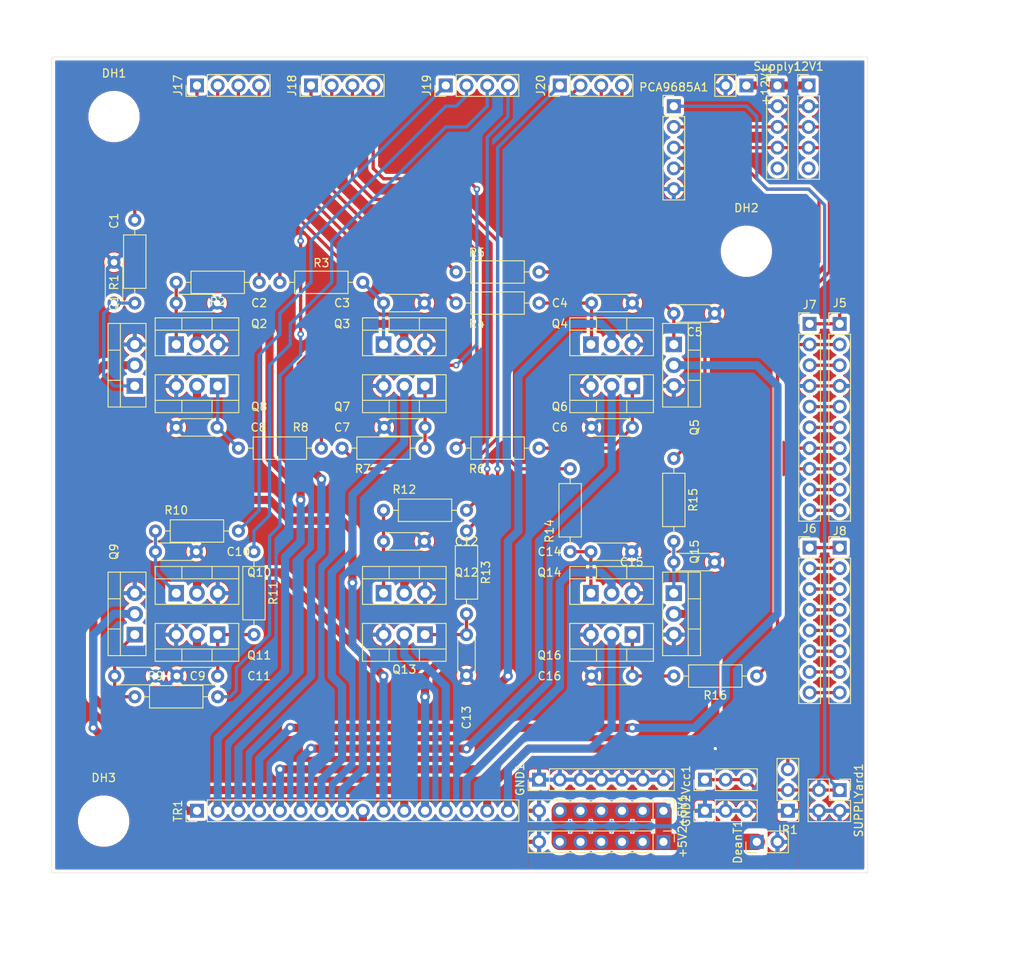
<source format=kicad_pcb>
(kicad_pcb (version 20171130) (host pcbnew "(5.1.6)-1")
  (layers (0 F.Cu signal) (31 B.Cu signal) (34 B.Paste user) (35 F.Paste user) (36 B.SilkS user) (37 F.SilkS user) (38 B.Mask user) (39 F.Mask user) (44 Edge.Cuts user))
  (net 0 "")
  (net 1 "Net-(C1-Pad1)")
  (net 2 GND)
  (net 3 "Net-(C2-Pad1)")
  (net 4 "Net-(C3-Pad1)")
  (net 5 "Net-(C4-Pad1)")
  (net 6 "Net-(C5-Pad1)")
  (net 7 "Net-(C6-Pad1)")
  (net 8 "Net-(C7-Pad1)")
  (net 9 "Net-(C8-Pad1)")
  (net 10 "Net-(C9-Pad1)")
  (net 11 "Net-(C10-Pad1)")
  (net 12 "Net-(C11-Pad1)")
  (net 13 "Net-(C12-Pad1)")
  (net 14 "Net-(C13-Pad1)")
  (net 15 "Net-(C14-Pad1)")
  (net 16 "Net-(C15-Pad1)")
  (net 17 "Net-(C16-Pad1)")
  (net 18 5V+)
  (net 19 DI8)
  (net 20 DI9)
  (net 21 DI10)
  (net 22 DI11)
  (net 23 DI12)
  (net 24 DI13)
  (net 25 AREF)
  (net 26 SDA1)
  (net 27 SCL1)
  (net 28 DI0)
  (net 29 DI1)
  (net 30 DI2)
  (net 31 DI3)
  (net 32 DI4)
  (net 33 DI5)
  (net 34 DI6)
  (net 35 DI7)
  (net 36 Vcc)
  (net 37 LED13)
  (net 38 LED12)
  (net 39 LED11)
  (net 40 LED03)
  (net 41 LED02)
  (net 42 LED01)
  (net 43 D01)
  (net 44 D02)
  (net 45 D03)
  (net 46 D11)
  (net 47 D13)
  (net 48 D12)
  (net 49 LED10)
  (net 50 LED14)
  (net 51 LED15)
  (net 52 LED16)
  (net 53 LED09)
  (net 54 LED08)
  (net 55 LED07)
  (net 56 LED06)
  (net 57 LED05)
  (net 58 LED04)
  (net 59 D04)
  (net 60 D08)
  (net 61 D07)
  (net 62 D06)
  (net 63 D05)
  (net 64 D10)
  (net 65 D09)
  (net 66 D14)
  (net 67 D15)
  (net 68 D16)
  (net 69 12V+)
  (net 70 "Net-(12V1-Pad5)")
  (net 71 "Net-(Supply1-Pad5)")
  (module Package_TO_SOT_THT:TO-220-3_Vertical (layer F.Cu) (at 157.48 127)
    (fp_text reference Q14 (at -5.08 -2.54) (layer F.SilkS))
    (fp_text value TIP120)
    (pad 1 thru_hole rect (at 0 0) (size 1.905 2) (drill 1.1) (layers *.Cu *.Mask) (net 15 "Net-(C14-Pad1)"))
    (pad 2 thru_hole oval (at 2.54 0) (size 1.905 2) (drill 1.1) (layers *.Cu *.Mask) (net 50 LED14))
    (pad 3 thru_hole oval (at 5.08 0) (size 1.905 2) (drill 1.1) (layers *.Cu *.Mask) (net 2 GND))
  )
  (module MountingHole:MountingHole_4.3mm_M4 (layer F.Cu) (at 176.53 85.09)
    (fp_text reference DH2 (at 0 -5.3) (layer F.SilkS))
    (fp_text value MountingHole_4.3mm_M4)
    (pad "" np_thru_hole circle (at 0 0) (size 4.3 4.3) (drill 4.3) (layers *.Cu *.Mask) (clearance 1))
  )
  (module Resistor_THT:R_Axial_DIN0207_L6.3mm_D2.5mm_P10.16mm_Horizontal (layer F.Cu) (at 142.24 119.38 270)
    (fp_text reference R13 (at 5.08 -2.37 90) (layer F.SilkS))
    (fp_text value 3k3)
    (pad 1 thru_hole circle (at 0 0 270) (size 1.6 1.6) (drill 0.8) (layers *.Cu *.Mask) (net 47 D13))
    (pad 2 thru_hole oval (at 10.16 0 270) (size 1.6 1.6) (drill 0.8) (layers *.Cu *.Mask) (net 14 "Net-(C13-Pad1)"))
  )
  (module Connector_PinHeader_2.54mm:PinHeader_1x04_P2.54mm_Vertical (layer F.Cu) (at 139.7 64.77 90)
    (fp_text reference J19 (at 0 -2.33 90) (layer F.SilkS))
    (fp_text value PWMpair3)
    (pad 4 thru_hole oval (at 0 7.62 90) (size 1.7 1.7) (drill 1) (layers *.Cu *.Mask) (net 48 D12))
    (pad 3 thru_hole oval (at 0 5.08 90) (size 1.7 1.7) (drill 1) (layers *.Cu *.Mask) (net 46 D11))
    (pad 2 thru_hole oval (at 0 2.54 90) (size 1.7 1.7) (drill 1) (layers *.Cu *.Mask) (net 64 D10))
    (pad 1 thru_hole rect (at 0 0 90) (size 1.7 1.7) (drill 1) (layers *.Cu *.Mask) (net 65 D09))
  )
  (module MountingHole:MountingHole_4.3mm_M4 (layer F.Cu) (at 97.79 154.94)
    (fp_text reference DH3 (at 0 -5.3) (layer F.SilkS))
    (fp_text value MountingHole_4.3mm_M4)
    (pad "" np_thru_hole circle (at 0 0) (size 4.3 4.3) (drill 4.3) (layers *.Cu *.Mask) (clearance 1))
  )
  (module MountingHole:MountingHole_4.3mm_M4 (layer F.Cu) (at 99.06 68.58)
    (fp_text reference DH1 (at 0 -5.3) (layer F.SilkS))
    (fp_text value MountingHole_4.3mm_M4)
    (pad "" np_thru_hole circle (at 0 0) (size 4.3 4.3) (drill 4.3) (layers *.Cu *.Mask) (clearance 1))
  )
  (module Package_TO_SOT_THT:TO-220-3_Vertical (layer F.Cu) (at 167.64 96.52 270)
    (fp_text reference Q5 (at 10.16 -2.54 90) (layer F.SilkS))
    (fp_text value TIP120)
    (pad 3 thru_hole oval (at 5.08 0 270) (size 1.905 2) (drill 1.1) (layers *.Cu *.Mask) (net 2 GND))
    (pad 2 thru_hole oval (at 2.54 0 270) (size 1.905 2) (drill 1.1) (layers *.Cu *.Mask) (net 57 LED05))
    (pad 1 thru_hole rect (at 0 0 270) (size 1.905 2) (drill 1.1) (layers *.Cu *.Mask) (net 6 "Net-(C5-Pad1)"))
  )
  (module Resistor_THT:R_Axial_DIN0207_L6.3mm_D2.5mm_P10.16mm_Horizontal (layer F.Cu) (at 140.97 91.44)
    (fp_text reference R4 (at 2.54 2.54) (layer F.SilkS))
    (fp_text value 3k3)
    (pad 2 thru_hole oval (at 10.16 0) (size 1.6 1.6) (drill 0.8) (layers *.Cu *.Mask) (net 5 "Net-(C4-Pad1)"))
    (pad 1 thru_hole circle (at 0 0) (size 1.6 1.6) (drill 0.8) (layers *.Cu *.Mask) (net 59 D04))
  )
  (module Resistor_THT:R_Axial_DIN0207_L6.3mm_D2.5mm_P10.16mm_Horizontal (layer F.Cu) (at 140.97 109.22)
    (fp_text reference R6 (at 2.54 2.54) (layer F.SilkS))
    (fp_text value 3k3)
    (pad 2 thru_hole oval (at 10.16 0) (size 1.6 1.6) (drill 0.8) (layers *.Cu *.Mask) (net 7 "Net-(C6-Pad1)"))
    (pad 1 thru_hole circle (at 0 0) (size 1.6 1.6) (drill 0.8) (layers *.Cu *.Mask) (net 62 D06))
  )
  (module Capacitor_THT:C_Disc_D4.3mm_W1.9mm_P5.00mm (layer F.Cu) (at 99.06 91.44 90)
    (fp_text reference C1 (at 10.08 0 90) (layer F.SilkS))
    (fp_text value 100n)
    (pad 1 thru_hole circle (at 0 0 90) (size 1.6 1.6) (drill 0.8) (layers *.Cu *.Mask) (net 1 "Net-(C1-Pad1)"))
    (pad 2 thru_hole circle (at 5 0 90) (size 1.6 1.6) (drill 0.8) (layers *.Cu *.Mask) (net 2 GND))
  )
  (module Capacitor_THT:C_Disc_D4.3mm_W1.9mm_P5.00mm (layer F.Cu) (at 106.68 91.44)
    (fp_text reference C2 (at 10.16 0) (layer F.SilkS))
    (fp_text value 100n)
    (pad 2 thru_hole circle (at 5 0) (size 1.6 1.6) (drill 0.8) (layers *.Cu *.Mask) (net 2 GND))
    (pad 1 thru_hole circle (at 0 0) (size 1.6 1.6) (drill 0.8) (layers *.Cu *.Mask) (net 3 "Net-(C2-Pad1)"))
  )
  (module Capacitor_THT:C_Disc_D4.3mm_W1.9mm_P5.00mm (layer F.Cu) (at 132.08 91.44)
    (fp_text reference C3 (at -5.08 0) (layer F.SilkS))
    (fp_text value 100n)
    (pad 2 thru_hole circle (at 5 0) (size 1.6 1.6) (drill 0.8) (layers *.Cu *.Mask) (net 2 GND))
    (pad 1 thru_hole circle (at 0 0) (size 1.6 1.6) (drill 0.8) (layers *.Cu *.Mask) (net 4 "Net-(C3-Pad1)"))
  )
  (module Capacitor_THT:C_Disc_D4.3mm_W1.9mm_P5.00mm (layer F.Cu) (at 157.56 91.44)
    (fp_text reference C4 (at -3.89 0) (layer F.SilkS))
    (fp_text value 100n)
    (pad 1 thru_hole circle (at 0 0) (size 1.6 1.6) (drill 0.8) (layers *.Cu *.Mask) (net 5 "Net-(C4-Pad1)"))
    (pad 2 thru_hole circle (at 5 0) (size 1.6 1.6) (drill 0.8) (layers *.Cu *.Mask) (net 2 GND))
  )
  (module Capacitor_THT:C_Disc_D4.3mm_W1.9mm_P5.00mm (layer F.Cu) (at 167.64 92.71)
    (fp_text reference C5 (at 2.54 2.286) (layer F.SilkS))
    (fp_text value 100n)
    (pad 1 thru_hole circle (at 0 0) (size 1.6 1.6) (drill 0.8) (layers *.Cu *.Mask) (net 6 "Net-(C5-Pad1)"))
    (pad 2 thru_hole circle (at 5 0) (size 1.6 1.6) (drill 0.8) (layers *.Cu *.Mask) (net 2 GND))
  )
  (module Capacitor_THT:C_Disc_D4.3mm_W1.9mm_P5.00mm (layer F.Cu) (at 162.56 106.68 180)
    (fp_text reference C6 (at 8.89 0) (layer F.SilkS))
    (fp_text value 100n)
    (pad 1 thru_hole circle (at 0 0 180) (size 1.6 1.6) (drill 0.8) (layers *.Cu *.Mask) (net 7 "Net-(C6-Pad1)"))
    (pad 2 thru_hole circle (at 5 0 180) (size 1.6 1.6) (drill 0.8) (layers *.Cu *.Mask) (net 2 GND))
  )
  (module Capacitor_THT:C_Disc_D4.3mm_W1.9mm_P5.00mm (layer F.Cu) (at 137.16 106.68 180)
    (fp_text reference C7 (at 10.16 0) (layer F.SilkS))
    (fp_text value 100n)
    (pad 2 thru_hole circle (at 5 0 180) (size 1.6 1.6) (drill 0.8) (layers *.Cu *.Mask) (net 2 GND))
    (pad 1 thru_hole circle (at 0 0 180) (size 1.6 1.6) (drill 0.8) (layers *.Cu *.Mask) (net 8 "Net-(C7-Pad1)"))
  )
  (module Capacitor_THT:C_Disc_D4.3mm_W1.9mm_P5.00mm (layer F.Cu) (at 111.68 106.68 180)
    (fp_text reference C8 (at -5.08 0) (layer F.SilkS))
    (fp_text value 100n)
    (pad 2 thru_hole circle (at 5 0 180) (size 1.6 1.6) (drill 0.8) (layers *.Cu *.Mask) (net 2 GND))
    (pad 1 thru_hole circle (at 0 0 180) (size 1.6 1.6) (drill 0.8) (layers *.Cu *.Mask) (net 9 "Net-(C8-Pad1)"))
  )
  (module Capacitor_THT:C_Disc_D4.3mm_W1.9mm_P5.00mm (layer F.Cu) (at 99.14 137.16)
    (fp_text reference C9 (at 10.16 0) (layer F.SilkS))
    (fp_text value 100n)
    (pad 2 thru_hole circle (at 5 0) (size 1.6 1.6) (drill 0.8) (layers *.Cu *.Mask) (net 2 GND))
    (pad 1 thru_hole circle (at 0 0) (size 1.6 1.6) (drill 0.8) (layers *.Cu *.Mask) (net 10 "Net-(C9-Pad1)"))
  )
  (module Capacitor_THT:C_Disc_D4.3mm_W1.9mm_P5.00mm (layer F.Cu) (at 104.14 121.92)
    (fp_text reference C10 (at 10.16 0) (layer F.SilkS))
    (fp_text value 100n)
    (pad 1 thru_hole circle (at 0 0) (size 1.6 1.6) (drill 0.8) (layers *.Cu *.Mask) (net 11 "Net-(C10-Pad1)"))
    (pad 2 thru_hole circle (at 5 0) (size 1.6 1.6) (drill 0.8) (layers *.Cu *.Mask) (net 2 GND))
  )
  (module Capacitor_THT:C_Disc_D4.3mm_W1.9mm_P5.00mm (layer F.Cu) (at 111.76 137.16 180)
    (fp_text reference C11 (at -5.08 0) (layer F.SilkS))
    (fp_text value 100n)
    (pad 1 thru_hole circle (at 0 0 180) (size 1.6 1.6) (drill 0.8) (layers *.Cu *.Mask) (net 12 "Net-(C11-Pad1)"))
    (pad 2 thru_hole circle (at 5 0 180) (size 1.6 1.6) (drill 0.8) (layers *.Cu *.Mask) (net 2 GND))
  )
  (module Capacitor_THT:C_Disc_D4.3mm_W1.9mm_P5.00mm (layer F.Cu) (at 132.08 120.65)
    (fp_text reference C12 (at 10.16 0) (layer F.SilkS))
    (fp_text value 100n)
    (pad 2 thru_hole circle (at 5 0) (size 1.6 1.6) (drill 0.8) (layers *.Cu *.Mask) (net 2 GND))
    (pad 1 thru_hole circle (at 0 0) (size 1.6 1.6) (drill 0.8) (layers *.Cu *.Mask) (net 13 "Net-(C12-Pad1)"))
  )
  (module Capacitor_THT:C_Disc_D4.3mm_W1.9mm_P5.00mm (layer F.Cu) (at 142.24 132.08 270)
    (fp_text reference C13 (at 10.16 0 90) (layer F.SilkS))
    (fp_text value 100n)
    (pad 2 thru_hole circle (at 5 0 270) (size 1.6 1.6) (drill 0.8) (layers *.Cu *.Mask) (net 2 GND))
    (pad 1 thru_hole circle (at 0 0 270) (size 1.6 1.6) (drill 0.8) (layers *.Cu *.Mask) (net 14 "Net-(C13-Pad1)"))
  )
  (module Capacitor_THT:C_Disc_D4.3mm_W1.9mm_P5.00mm (layer F.Cu) (at 157.48 121.92)
    (fp_text reference C14 (at -5.08 0) (layer F.SilkS))
    (fp_text value 100n)
    (pad 2 thru_hole circle (at 5 0) (size 1.6 1.6) (drill 0.8) (layers *.Cu *.Mask) (net 2 GND))
    (pad 1 thru_hole circle (at 0 0) (size 1.6 1.6) (drill 0.8) (layers *.Cu *.Mask) (net 15 "Net-(C14-Pad1)"))
  )
  (module Capacitor_THT:C_Disc_D4.3mm_W1.9mm_P5.00mm (layer F.Cu) (at 167.64 123.19)
    (fp_text reference C15 (at -5.16 0) (layer F.SilkS))
    (fp_text value 100n)
    (pad 1 thru_hole circle (at 0 0) (size 1.6 1.6) (drill 0.8) (layers *.Cu *.Mask) (net 16 "Net-(C15-Pad1)"))
    (pad 2 thru_hole circle (at 5 0) (size 1.6 1.6) (drill 0.8) (layers *.Cu *.Mask) (net 2 GND))
  )
  (module Capacitor_THT:C_Disc_D4.3mm_W1.9mm_P5.00mm (layer F.Cu) (at 162.56 137.16 180)
    (fp_text reference C16 (at 10.16 0) (layer F.SilkS))
    (fp_text value 100n)
    (pad 1 thru_hole circle (at 0 0 180) (size 1.6 1.6) (drill 0.8) (layers *.Cu *.Mask) (net 17 "Net-(C16-Pad1)"))
    (pad 2 thru_hole circle (at 5 0 180) (size 1.6 1.6) (drill 0.8) (layers *.Cu *.Mask) (net 2 GND))
  )
  (module Connector_PinHeader_2.54mm:PinHeader_1x10_P2.54mm_Vertical (layer F.Cu) (at 187.96 93.98)
    (fp_text reference J5 (at 0 -2.54) (layer F.SilkS))
    (fp_text value "Ard 01")
    (pad 10 thru_hole oval (at 0 22.86) (size 1.7 1.7) (drill 1) (layers *.Cu *.Mask) (net 19 DI8))
    (pad 9 thru_hole oval (at 0 20.32) (size 1.7 1.7) (drill 1) (layers *.Cu *.Mask) (net 20 DI9))
    (pad 8 thru_hole oval (at 0 17.78) (size 1.7 1.7) (drill 1) (layers *.Cu *.Mask) (net 21 DI10))
    (pad 7 thru_hole oval (at 0 15.24) (size 1.7 1.7) (drill 1) (layers *.Cu *.Mask) (net 22 DI11))
    (pad 6 thru_hole oval (at 0 12.7) (size 1.7 1.7) (drill 1) (layers *.Cu *.Mask) (net 23 DI12))
    (pad 5 thru_hole oval (at 0 10.16) (size 1.7 1.7) (drill 1) (layers *.Cu *.Mask) (net 24 DI13))
    (pad 4 thru_hole oval (at 0 7.62) (size 1.7 1.7) (drill 1) (layers *.Cu *.Mask) (net 2 GND))
    (pad 3 thru_hole oval (at 0 5.08) (size 1.7 1.7) (drill 1) (layers *.Cu *.Mask) (net 25 AREF))
    (pad 2 thru_hole oval (at 0 2.54) (size 1.7 1.7) (drill 1) (layers *.Cu *.Mask) (net 26 SDA1))
    (pad 1 thru_hole rect (at 0 0) (size 1.7 1.7) (drill 1) (layers *.Cu *.Mask) (net 27 SCL1))
  )
  (module Connector_PinHeader_2.54mm:PinHeader_1x08_P2.54mm_Vertical (layer F.Cu) (at 187.96 121.412)
    (fp_text reference J8 (at 0 -2.032) (layer F.SilkS))
    (fp_text value "Ard 02_1")
    (pad 1 thru_hole rect (at 0 0) (size 1.7 1.7) (drill 1) (layers *.Cu *.Mask) (net 35 DI7))
    (pad 2 thru_hole oval (at 0 2.54) (size 1.7 1.7) (drill 1) (layers *.Cu *.Mask) (net 34 DI6))
    (pad 3 thru_hole oval (at 0 5.08) (size 1.7 1.7) (drill 1) (layers *.Cu *.Mask) (net 33 DI5))
    (pad 4 thru_hole oval (at 0 7.62) (size 1.7 1.7) (drill 1) (layers *.Cu *.Mask) (net 32 DI4))
    (pad 5 thru_hole oval (at 0 10.16) (size 1.7 1.7) (drill 1) (layers *.Cu *.Mask) (net 31 DI3))
    (pad 6 thru_hole oval (at 0 12.7) (size 1.7 1.7) (drill 1) (layers *.Cu *.Mask) (net 30 DI2))
    (pad 7 thru_hole oval (at 0 15.24) (size 1.7 1.7) (drill 1) (layers *.Cu *.Mask) (net 29 DI1))
    (pad 8 thru_hole oval (at 0 17.78) (size 1.7 1.7) (drill 1) (layers *.Cu *.Mask) (net 28 DI0))
  )
  (module Connector_PinHeader_2.54mm:PinHeader_1x05_P2.54mm_Vertical (layer F.Cu) (at 167.64 67.31)
    (fp_text reference PCA9685A1 (at 0 -2.33) (layer F.SilkS))
    (fp_text value Inputs_PCA9685A)
    (pad 1 thru_hole rect (at 0 0) (size 1.7 1.7) (drill 1) (layers *.Cu *.Mask) (net 36 Vcc))
    (pad 2 thru_hole oval (at 0 2.54) (size 1.7 1.7) (drill 1) (layers *.Cu *.Mask) (net 27 SCL1))
    (pad 3 thru_hole oval (at 0 5.08) (size 1.7 1.7) (drill 1) (layers *.Cu *.Mask) (net 26 SDA1))
    (pad 4 thru_hole oval (at 0 7.62) (size 1.7 1.7) (drill 1) (layers *.Cu *.Mask) (net 22 DI11))
    (pad 5 thru_hole oval (at 0 10.16) (size 1.7 1.7) (drill 1) (layers *.Cu *.Mask) (net 2 GND))
  )
  (module Connector_PinHeader_2.54mm:PinHeader_1x03_P2.54mm_Vertical (layer F.Cu) (at 181.61 153.67 180)
    (fp_text reference IR1 (at 0 -2.33) (layer F.SilkS))
    (fp_text value "PINOUT IR")
    (pad 1 thru_hole rect (at 0 0 180) (size 1.7 1.7) (drill 1) (layers *.Cu *.Mask) (net 2 GND))
    (pad 2 thru_hole oval (at 0 2.54 180) (size 1.7 1.7) (drill 1) (layers *.Cu *.Mask) (net 36 Vcc))
    (pad 3 thru_hole oval (at 0 5.08 180) (size 1.7 1.7) (drill 1) (layers *.Cu *.Mask) (net 21 DI10))
  )
  (module Connector_PinHeader_2.54mm:PinHeader_1x04_P2.54mm_Vertical (layer F.Cu) (at 109.22 64.77 90)
    (fp_text reference J17 (at 0 -2.33 90) (layer F.SilkS))
    (fp_text value PWMpair1)
    (pad 1 thru_hole rect (at 0 0 90) (size 1.7 1.7) (drill 1) (layers *.Cu *.Mask) (net 43 D01))
    (pad 2 thru_hole oval (at 0 2.54 90) (size 1.7 1.7) (drill 1) (layers *.Cu *.Mask) (net 44 D02))
    (pad 3 thru_hole oval (at 0 5.08 90) (size 1.7 1.7) (drill 1) (layers *.Cu *.Mask) (net 45 D03))
    (pad 4 thru_hole oval (at 0 7.62 90) (size 1.7 1.7) (drill 1) (layers *.Cu *.Mask) (net 59 D04))
  )
  (module Connector_PinHeader_2.54mm:PinHeader_1x04_P2.54mm_Vertical (layer F.Cu) (at 123.19 64.77 90)
    (fp_text reference J18 (at 0 -2.33 90) (layer F.SilkS))
    (fp_text value PWMpair2)
    (pad 4 thru_hole oval (at 0 7.62 90) (size 1.7 1.7) (drill 1) (layers *.Cu *.Mask) (net 60 D08))
    (pad 3 thru_hole oval (at 0 5.08 90) (size 1.7 1.7) (drill 1) (layers *.Cu *.Mask) (net 61 D07))
    (pad 2 thru_hole oval (at 0 2.54 90) (size 1.7 1.7) (drill 1) (layers *.Cu *.Mask) (net 62 D06))
    (pad 1 thru_hole rect (at 0 0 90) (size 1.7 1.7) (drill 1) (layers *.Cu *.Mask) (net 63 D05))
  )
  (module Connector_PinHeader_2.54mm:PinHeader_1x04_P2.54mm_Vertical (layer F.Cu) (at 153.67 64.77 90)
    (fp_text reference J20 (at 0 -2.33 90) (layer F.SilkS))
    (fp_text value PWMpair4)
    (pad 1 thru_hole rect (at 0 0 90) (size 1.7 1.7) (drill 1) (layers *.Cu *.Mask) (net 47 D13))
    (pad 2 thru_hole oval (at 0 2.54 90) (size 1.7 1.7) (drill 1) (layers *.Cu *.Mask) (net 66 D14))
    (pad 3 thru_hole oval (at 0 5.08 90) (size 1.7 1.7) (drill 1) (layers *.Cu *.Mask) (net 67 D15))
    (pad 4 thru_hole oval (at 0 7.62 90) (size 1.7 1.7) (drill 1) (layers *.Cu *.Mask) (net 68 D16))
  )
  (module Package_TO_SOT_THT:TO-220-3_Vertical (layer F.Cu) (at 101.6 101.6 90)
    (fp_text reference Q1 (at 10.16 -2.54 90) (layer F.SilkS))
    (fp_text value TIP120)
    (pad 1 thru_hole rect (at 0 0 90) (size 1.905 2) (drill 1.1) (layers *.Cu *.Mask) (net 1 "Net-(C1-Pad1)"))
    (pad 2 thru_hole oval (at 2.54 0 90) (size 1.905 2) (drill 1.1) (layers *.Cu *.Mask) (net 42 LED01))
    (pad 3 thru_hole oval (at 5.08 0 90) (size 1.905 2) (drill 1.1) (layers *.Cu *.Mask) (net 2 GND))
  )
  (module Package_TO_SOT_THT:TO-220-3_Vertical (layer F.Cu) (at 106.68 96.52)
    (fp_text reference Q2 (at 10.16 -2.54) (layer F.SilkS))
    (fp_text value TIP120)
    (pad 1 thru_hole rect (at 0 0) (size 1.905 2) (drill 1.1) (layers *.Cu *.Mask) (net 3 "Net-(C2-Pad1)"))
    (pad 2 thru_hole oval (at 2.54 0) (size 1.905 2) (drill 1.1) (layers *.Cu *.Mask) (net 41 LED02))
    (pad 3 thru_hole oval (at 5.08 0) (size 1.905 2) (drill 1.1) (layers *.Cu *.Mask) (net 2 GND))
  )
  (module Package_TO_SOT_THT:TO-220-3_Vertical (layer F.Cu) (at 132.08 96.52)
    (fp_text reference Q3 (at -5.08 -2.54) (layer F.SilkS))
    (fp_text value TIP120)
    (pad 3 thru_hole oval (at 5.08 0) (size 1.905 2) (drill 1.1) (layers *.Cu *.Mask) (net 2 GND))
    (pad 2 thru_hole oval (at 2.54 0) (size 1.905 2) (drill 1.1) (layers *.Cu *.Mask) (net 40 LED03))
    (pad 1 thru_hole rect (at 0 0) (size 1.905 2) (drill 1.1) (layers *.Cu *.Mask) (net 4 "Net-(C3-Pad1)"))
  )
  (module Package_TO_SOT_THT:TO-220-3_Vertical (layer F.Cu) (at 157.48 96.52)
    (fp_text reference Q4 (at -3.81 -2.54) (layer F.SilkS))
    (fp_text value TIP120)
    (pad 3 thru_hole oval (at 5.08 0) (size 1.905 2) (drill 1.1) (layers *.Cu *.Mask) (net 2 GND))
    (pad 2 thru_hole oval (at 2.54 0) (size 1.905 2) (drill 1.1) (layers *.Cu *.Mask) (net 58 LED04))
    (pad 1 thru_hole rect (at 0 0) (size 1.905 2) (drill 1.1) (layers *.Cu *.Mask) (net 5 "Net-(C4-Pad1)"))
  )
  (module Package_TO_SOT_THT:TO-220-3_Vertical (layer F.Cu) (at 162.56 101.6 180)
    (fp_text reference Q6 (at 8.89 -2.54) (layer F.SilkS))
    (fp_text value TIP120)
    (pad 1 thru_hole rect (at 0 0 180) (size 1.905 2) (drill 1.1) (layers *.Cu *.Mask) (net 7 "Net-(C6-Pad1)"))
    (pad 2 thru_hole oval (at 2.54 0 180) (size 1.905 2) (drill 1.1) (layers *.Cu *.Mask) (net 56 LED06))
    (pad 3 thru_hole oval (at 5.08 0 180) (size 1.905 2) (drill 1.1) (layers *.Cu *.Mask) (net 2 GND))
  )
  (module Package_TO_SOT_THT:TO-220-3_Vertical (layer F.Cu) (at 137.16 101.6 180)
    (fp_text reference Q7 (at 10.16 -2.54) (layer F.SilkS))
    (fp_text value TIP120)
    (pad 1 thru_hole rect (at 0 0 180) (size 1.905 2) (drill 1.1) (layers *.Cu *.Mask) (net 8 "Net-(C7-Pad1)"))
    (pad 2 thru_hole oval (at 2.54 0 180) (size 1.905 2) (drill 1.1) (layers *.Cu *.Mask) (net 55 LED07))
    (pad 3 thru_hole oval (at 5.08 0 180) (size 1.905 2) (drill 1.1) (layers *.Cu *.Mask) (net 2 GND))
  )
  (module Package_TO_SOT_THT:TO-220-3_Vertical (layer F.Cu) (at 111.76 101.6 180)
    (fp_text reference Q8 (at -5.08 -2.54) (layer F.SilkS))
    (fp_text value TIP120)
    (pad 3 thru_hole oval (at 5.08 0 180) (size 1.905 2) (drill 1.1) (layers *.Cu *.Mask) (net 2 GND))
    (pad 2 thru_hole oval (at 2.54 0 180) (size 1.905 2) (drill 1.1) (layers *.Cu *.Mask) (net 54 LED08))
    (pad 1 thru_hole rect (at 0 0 180) (size 1.905 2) (drill 1.1) (layers *.Cu *.Mask) (net 9 "Net-(C8-Pad1)"))
  )
  (module Package_TO_SOT_THT:TO-220-3_Vertical (layer F.Cu) (at 101.6 132.08 90)
    (fp_text reference Q9 (at 10.16 -2.54 90) (layer F.SilkS))
    (fp_text value TIP120)
    (pad 3 thru_hole oval (at 5.08 0 90) (size 1.905 2) (drill 1.1) (layers *.Cu *.Mask) (net 2 GND))
    (pad 2 thru_hole oval (at 2.54 0 90) (size 1.905 2) (drill 1.1) (layers *.Cu *.Mask) (net 53 LED09))
    (pad 1 thru_hole rect (at 0 0 90) (size 1.905 2) (drill 1.1) (layers *.Cu *.Mask) (net 10 "Net-(C9-Pad1)"))
  )
  (module Package_TO_SOT_THT:TO-220-3_Vertical (layer F.Cu) (at 106.68 127)
    (fp_text reference Q10 (at 10.16 -2.54) (layer F.SilkS))
    (fp_text value TIP120)
    (pad 3 thru_hole oval (at 5.08 0) (size 1.905 2) (drill 1.1) (layers *.Cu *.Mask) (net 2 GND))
    (pad 2 thru_hole oval (at 2.54 0) (size 1.905 2) (drill 1.1) (layers *.Cu *.Mask) (net 49 LED10))
    (pad 1 thru_hole rect (at 0 0) (size 1.905 2) (drill 1.1) (layers *.Cu *.Mask) (net 11 "Net-(C10-Pad1)"))
  )
  (module Package_TO_SOT_THT:TO-220-3_Vertical (layer F.Cu) (at 111.76 132.08 180)
    (fp_text reference Q11 (at -5.08 -2.54) (layer F.SilkS))
    (fp_text value TIP120)
    (pad 1 thru_hole rect (at 0 0 180) (size 1.905 2) (drill 1.1) (layers *.Cu *.Mask) (net 12 "Net-(C11-Pad1)"))
    (pad 2 thru_hole oval (at 2.54 0 180) (size 1.905 2) (drill 1.1) (layers *.Cu *.Mask) (net 39 LED11))
    (pad 3 thru_hole oval (at 5.08 0 180) (size 1.905 2) (drill 1.1) (layers *.Cu *.Mask) (net 2 GND))
  )
  (module Package_TO_SOT_THT:TO-220-3_Vertical (layer F.Cu) (at 132.08 127)
    (fp_text reference Q12 (at 10.16 -2.54) (layer F.SilkS))
    (fp_text value TIP120)
    (pad 3 thru_hole oval (at 5.08 0) (size 1.905 2) (drill 1.1) (layers *.Cu *.Mask) (net 2 GND))
    (pad 2 thru_hole oval (at 2.54 0) (size 1.905 2) (drill 1.1) (layers *.Cu *.Mask) (net 38 LED12))
    (pad 1 thru_hole rect (at 0 0) (size 1.905 2) (drill 1.1) (layers *.Cu *.Mask) (net 13 "Net-(C12-Pad1)"))
  )
  (module Package_TO_SOT_THT:TO-220-3_Vertical (layer F.Cu) (at 167.64 127 270)
    (fp_text reference Q15 (at -5.08 -2.54 90) (layer F.SilkS))
    (fp_text value TIP120)
    (pad 1 thru_hole rect (at 0 0 270) (size 1.905 2) (drill 1.1) (layers *.Cu *.Mask) (net 16 "Net-(C15-Pad1)"))
    (pad 2 thru_hole oval (at 2.54 0 270) (size 1.905 2) (drill 1.1) (layers *.Cu *.Mask) (net 51 LED15))
    (pad 3 thru_hole oval (at 5.08 0 270) (size 1.905 2) (drill 1.1) (layers *.Cu *.Mask) (net 2 GND))
  )
  (module Package_TO_SOT_THT:TO-220-3_Vertical (layer F.Cu) (at 162.56 132.08 180)
    (fp_text reference Q16 (at 10.16 -2.54) (layer F.SilkS))
    (fp_text value TIP120)
    (pad 3 thru_hole oval (at 5.08 0 180) (size 1.905 2) (drill 1.1) (layers *.Cu *.Mask) (net 2 GND))
    (pad 2 thru_hole oval (at 2.54 0 180) (size 1.905 2) (drill 1.1) (layers *.Cu *.Mask) (net 52 LED16))
    (pad 1 thru_hole rect (at 0 0 180) (size 1.905 2) (drill 1.1) (layers *.Cu *.Mask) (net 17 "Net-(C16-Pad1)"))
  )
  (module Resistor_THT:R_Axial_DIN0207_L6.3mm_D2.5mm_P10.16mm_Horizontal (layer F.Cu) (at 101.6 81.28 270)
    (fp_text reference R1 (at 7.62 2.54 90) (layer F.SilkS))
    (fp_text value 3k3)
    (pad 1 thru_hole circle (at 0 0 270) (size 1.6 1.6) (drill 0.8) (layers *.Cu *.Mask) (net 43 D01))
    (pad 2 thru_hole oval (at 10.16 0 270) (size 1.6 1.6) (drill 0.8) (layers *.Cu *.Mask) (net 1 "Net-(C1-Pad1)"))
  )
  (module Resistor_THT:R_Axial_DIN0207_L6.3mm_D2.5mm_P10.16mm_Horizontal (layer F.Cu) (at 116.84 88.9 180)
    (fp_text reference R2 (at 5.08 -2.37) (layer F.SilkS))
    (fp_text value 3k3)
    (pad 2 thru_hole oval (at 10.16 0 180) (size 1.6 1.6) (drill 0.8) (layers *.Cu *.Mask) (net 3 "Net-(C2-Pad1)"))
    (pad 1 thru_hole circle (at 0 0 180) (size 1.6 1.6) (drill 0.8) (layers *.Cu *.Mask) (net 44 D02))
  )
  (module Resistor_THT:R_Axial_DIN0207_L6.3mm_D2.5mm_P10.16mm_Horizontal (layer F.Cu) (at 119.38 88.9)
    (fp_text reference R3 (at 5.08 -2.37) (layer F.SilkS))
    (fp_text value 3k3)
    (pad 1 thru_hole circle (at 0 0) (size 1.6 1.6) (drill 0.8) (layers *.Cu *.Mask) (net 45 D03))
    (pad 2 thru_hole oval (at 10.16 0) (size 1.6 1.6) (drill 0.8) (layers *.Cu *.Mask) (net 4 "Net-(C3-Pad1)"))
  )
  (module Resistor_THT:R_Axial_DIN0207_L6.3mm_D2.5mm_P10.16mm_Horizontal (layer F.Cu) (at 140.97 87.63)
    (fp_text reference R5 (at 2.54 -2.37) (layer F.SilkS))
    (fp_text value 3k3)
    (pad 1 thru_hole circle (at 0 0) (size 1.6 1.6) (drill 0.8) (layers *.Cu *.Mask) (net 63 D05))
    (pad 2 thru_hole oval (at 10.16 0) (size 1.6 1.6) (drill 0.8) (layers *.Cu *.Mask) (net 6 "Net-(C5-Pad1)"))
  )
  (module Resistor_THT:R_Axial_DIN0207_L6.3mm_D2.5mm_P10.16mm_Horizontal (layer F.Cu) (at 127 109.22)
    (fp_text reference R7 (at 2.54 2.54) (layer F.SilkS))
    (fp_text value 3k3)
    (pad 1 thru_hole circle (at 0 0) (size 1.6 1.6) (drill 0.8) (layers *.Cu *.Mask) (net 61 D07))
    (pad 2 thru_hole oval (at 10.16 0) (size 1.6 1.6) (drill 0.8) (layers *.Cu *.Mask) (net 8 "Net-(C7-Pad1)"))
  )
  (module Resistor_THT:R_Axial_DIN0207_L6.3mm_D2.5mm_P10.16mm_Horizontal (layer F.Cu) (at 124.46 109.22 180)
    (fp_text reference R8 (at 2.54 2.54) (layer F.SilkS))
    (fp_text value 3k3)
    (pad 2 thru_hole oval (at 10.16 0 180) (size 1.6 1.6) (drill 0.8) (layers *.Cu *.Mask) (net 9 "Net-(C8-Pad1)"))
    (pad 1 thru_hole circle (at 0 0 180) (size 1.6 1.6) (drill 0.8) (layers *.Cu *.Mask) (net 60 D08))
  )
  (module Resistor_THT:R_Axial_DIN0207_L6.3mm_D2.5mm_P10.16mm_Horizontal (layer F.Cu) (at 111.76 139.7 180)
    (fp_text reference R9 (at 7.62 2.54) (layer F.SilkS))
    (fp_text value 3k3)
    (pad 2 thru_hole oval (at 10.16 0 180) (size 1.6 1.6) (drill 0.8) (layers *.Cu *.Mask) (net 10 "Net-(C9-Pad1)"))
    (pad 1 thru_hole circle (at 0 0 180) (size 1.6 1.6) (drill 0.8) (layers *.Cu *.Mask) (net 65 D09))
  )
  (module Resistor_THT:R_Axial_DIN0207_L6.3mm_D2.5mm_P10.16mm_Horizontal (layer F.Cu) (at 114.3 119.38 180)
    (fp_text reference R10 (at 7.62 2.54) (layer F.SilkS))
    (fp_text value 3k3)
    (pad 2 thru_hole oval (at 10.16 0 180) (size 1.6 1.6) (drill 0.8) (layers *.Cu *.Mask) (net 11 "Net-(C10-Pad1)"))
    (pad 1 thru_hole circle (at 0 0 180) (size 1.6 1.6) (drill 0.8) (layers *.Cu *.Mask) (net 64 D10))
  )
  (module Resistor_THT:R_Axial_DIN0207_L6.3mm_D2.5mm_P10.16mm_Horizontal (layer F.Cu) (at 116.205 121.92 270)
    (fp_text reference R11 (at 5.08 -2.37 90) (layer F.SilkS))
    (fp_text value 3k3)
    (pad 1 thru_hole circle (at 0 0 270) (size 1.6 1.6) (drill 0.8) (layers *.Cu *.Mask) (net 46 D11))
    (pad 2 thru_hole oval (at 10.16 0 270) (size 1.6 1.6) (drill 0.8) (layers *.Cu *.Mask) (net 12 "Net-(C11-Pad1)"))
  )
  (module Resistor_THT:R_Axial_DIN0207_L6.3mm_D2.5mm_P10.16mm_Horizontal (layer F.Cu) (at 142.24 116.84 180)
    (fp_text reference R12 (at 7.62 2.54) (layer F.SilkS))
    (fp_text value 3k3)
    (pad 2 thru_hole oval (at 10.16 0 180) (size 1.6 1.6) (drill 0.8) (layers *.Cu *.Mask) (net 13 "Net-(C12-Pad1)"))
    (pad 1 thru_hole circle (at 0 0 180) (size 1.6 1.6) (drill 0.8) (layers *.Cu *.Mask) (net 48 D12))
  )
  (module Resistor_THT:R_Axial_DIN0207_L6.3mm_D2.5mm_P10.16mm_Horizontal (layer F.Cu) (at 154.94 111.76 270)
    (fp_text reference R14 (at 7.62 2.54 90) (layer F.SilkS))
    (fp_text value 3k3)
    (pad 1 thru_hole circle (at 0 0 270) (size 1.6 1.6) (drill 0.8) (layers *.Cu *.Mask) (net 66 D14))
    (pad 2 thru_hole oval (at 10.16 0 270) (size 1.6 1.6) (drill 0.8) (layers *.Cu *.Mask) (net 15 "Net-(C14-Pad1)"))
  )
  (module Resistor_THT:R_Axial_DIN0207_L6.3mm_D2.5mm_P10.16mm_Horizontal (layer F.Cu) (at 167.64 110.49 270)
    (fp_text reference R15 (at 5.08 -2.37 90) (layer F.SilkS))
    (fp_text value 3k3)
    (pad 1 thru_hole circle (at 0 0 270) (size 1.6 1.6) (drill 0.8) (layers *.Cu *.Mask) (net 67 D15))
    (pad 2 thru_hole oval (at 10.16 0 270) (size 1.6 1.6) (drill 0.8) (layers *.Cu *.Mask) (net 16 "Net-(C15-Pad1)"))
  )
  (module Resistor_THT:R_Axial_DIN0207_L6.3mm_D2.5mm_P10.16mm_Horizontal (layer F.Cu) (at 177.8 137.16 180)
    (fp_text reference R16 (at 5.08 -2.37) (layer F.SilkS))
    (fp_text value 3k3)
    (pad 2 thru_hole oval (at 10.16 0 180) (size 1.6 1.6) (drill 0.8) (layers *.Cu *.Mask) (net 17 "Net-(C16-Pad1)"))
    (pad 1 thru_hole circle (at 0 0 180) (size 1.6 1.6) (drill 0.8) (layers *.Cu *.Mask) (net 68 D16))
  )
  (module Connector_PinHeader_2.54mm:PinHeader_1x05_P2.54mm_Vertical (layer F.Cu) (at 180.34 64.77)
    (fp_text reference Supply1 (at 0 -2.33) (layer F.SilkS))
    (fp_text value INPUTS_Ard02_01)
    (pad 1 thru_hole rect (at 0 0) (size 1.7 1.7) (drill 1) (layers *.Cu *.Mask) (net 69 12V+))
    (pad 2 thru_hole oval (at 0 2.54) (size 1.7 1.7) (drill 1) (layers *.Cu *.Mask) (net 2 GND))
    (pad 3 thru_hole oval (at 0 5.08) (size 1.7 1.7) (drill 1) (layers *.Cu *.Mask) (net 27 SCL1))
    (pad 4 thru_hole oval (at 0 7.62) (size 1.7 1.7) (drill 1) (layers *.Cu *.Mask) (net 26 SDA1))
    (pad 5 thru_hole oval (at 0 10.16) (size 1.7 1.7) (drill 1) (layers *.Cu *.Mask) (net 71 "Net-(Supply1-Pad5)"))
  )
  (module Connector_PinHeader_2.54mm:PinHeader_1x02_P2.54mm_Vertical (layer F.Cu) (at 176.53 64.77 270)
    (fp_text reference +12V1 (at 0 -2.33 90) (layer F.SilkS))
    (fp_text value 12VOutput)
    (pad 2 thru_hole oval (at 0 2.54 270) (size 1.7 1.7) (drill 1) (layers *.Cu *.Mask) (net 2 GND))
    (pad 1 thru_hole rect (at 0 0 270) (size 1.7 1.7) (drill 1) (layers *.Cu *.Mask) (net 69 12V+))
  )
  (module Connector_PinHeader_2.54mm:PinHeader_1x05_P2.54mm_Vertical (layer F.Cu) (at 184.15 64.77)
    (fp_text reference 12V1 (at 0 -2.33) (layer F.SilkS))
    (fp_text value INPUTS_Ard02)
    (pad 5 thru_hole oval (at 0 10.16) (size 1.7 1.7) (drill 1) (layers *.Cu *.Mask) (net 70 "Net-(12V1-Pad5)"))
    (pad 4 thru_hole oval (at 0 7.62) (size 1.7 1.7) (drill 1) (layers *.Cu *.Mask) (net 26 SDA1))
    (pad 3 thru_hole oval (at 0 5.08) (size 1.7 1.7) (drill 1) (layers *.Cu *.Mask) (net 27 SCL1))
    (pad 2 thru_hole oval (at 0 2.54) (size 1.7 1.7) (drill 1) (layers *.Cu *.Mask) (net 2 GND))
    (pad 1 thru_hole rect (at 0 0) (size 1.7 1.7) (drill 1) (layers *.Cu *.Mask) (net 69 12V+))
  )
  (module Connector_PinHeader_2.54mm:PinHeader_1x02_P2.54mm_Vertical (layer F.Cu) (at 177.8 157.48 90)
    (fp_text reference DeanT1 (at 0 -2.33 90) (layer F.SilkS))
    (fp_text value DeanTInput_01)
    (pad 1 thru_hole rect (at 0 0 90) (size 1.7 1.7) (drill 1) (layers *.Cu *.Mask) (net 18 5V+))
    (pad 2 thru_hole oval (at 0 2.54 90) (size 1.7 1.7) (drill 1) (layers *.Cu *.Mask) (net 2 GND))
  )
  (module Connector_PinHeader_2.54mm:PinHeader_1x08_P2.54mm_Vertical (layer F.Cu) (at 184.277 121.412)
    (fp_text reference J6 (at 0 -2.33) (layer F.SilkS))
    (fp_text value "Ard 02")
    (pad 1 thru_hole rect (at 0 0) (size 1.7 1.7) (drill 1) (layers *.Cu *.Mask) (net 35 DI7))
    (pad 2 thru_hole oval (at 0 2.54) (size 1.7 1.7) (drill 1) (layers *.Cu *.Mask) (net 34 DI6))
    (pad 3 thru_hole oval (at 0 5.08) (size 1.7 1.7) (drill 1) (layers *.Cu *.Mask) (net 33 DI5))
    (pad 4 thru_hole oval (at 0 7.62) (size 1.7 1.7) (drill 1) (layers *.Cu *.Mask) (net 32 DI4))
    (pad 5 thru_hole oval (at 0 10.16) (size 1.7 1.7) (drill 1) (layers *.Cu *.Mask) (net 31 DI3))
    (pad 6 thru_hole oval (at 0 12.7) (size 1.7 1.7) (drill 1) (layers *.Cu *.Mask) (net 30 DI2))
    (pad 7 thru_hole oval (at 0 15.24) (size 1.7 1.7) (drill 1) (layers *.Cu *.Mask) (net 29 DI1))
    (pad 8 thru_hole oval (at 0 17.78) (size 1.7 1.7) (drill 1) (layers *.Cu *.Mask) (net 28 DI0))
  )
  (module Connector_PinHeader_2.54mm:PinHeader_1x10_P2.54mm_Vertical (layer F.Cu) (at 184.277 93.98)
    (fp_text reference J7 (at 0 -2.33) (layer F.SilkS))
    (fp_text value "Ard 01_1")
    (pad 1 thru_hole rect (at 0 0) (size 1.7 1.7) (drill 1) (layers *.Cu *.Mask) (net 27 SCL1))
    (pad 2 thru_hole oval (at 0 2.54) (size 1.7 1.7) (drill 1) (layers *.Cu *.Mask) (net 26 SDA1))
    (pad 3 thru_hole oval (at 0 5.08) (size 1.7 1.7) (drill 1) (layers *.Cu *.Mask) (net 25 AREF))
    (pad 4 thru_hole oval (at 0 7.62) (size 1.7 1.7) (drill 1) (layers *.Cu *.Mask) (net 2 GND))
    (pad 5 thru_hole oval (at 0 10.16) (size 1.7 1.7) (drill 1) (layers *.Cu *.Mask) (net 24 DI13))
    (pad 6 thru_hole oval (at 0 12.7) (size 1.7 1.7) (drill 1) (layers *.Cu *.Mask) (net 23 DI12))
    (pad 7 thru_hole oval (at 0 15.24) (size 1.7 1.7) (drill 1) (layers *.Cu *.Mask) (net 22 DI11))
    (pad 8 thru_hole oval (at 0 17.78) (size 1.7 1.7) (drill 1) (layers *.Cu *.Mask) (net 21 DI10))
    (pad 9 thru_hole oval (at 0 20.32) (size 1.7 1.7) (drill 1) (layers *.Cu *.Mask) (net 20 DI9))
    (pad 10 thru_hole oval (at 0 22.86) (size 1.7 1.7) (drill 1) (layers *.Cu *.Mask) (net 19 DI8))
  )
  (module Connector_PinHeader_2.54mm:PinHeader_1x07_P2.54mm_Vertical (layer F.Cu) (at 151.13 149.86 90)
    (fp_text reference GND1 (at 0 -2.33 90) (layer F.SilkS))
    (fp_text value "PINOUT GNDS")
    (pad 1 thru_hole rect (at 0 0 90) (size 1.7 1.7) (drill 1) (layers *.Cu *.Mask) (net 2 GND))
    (pad 2 thru_hole oval (at 0 2.54 90) (size 1.7 1.7) (drill 1) (layers *.Cu *.Mask) (net 2 GND))
    (pad 3 thru_hole oval (at 0 5.08 90) (size 1.7 1.7) (drill 1) (layers *.Cu *.Mask) (net 2 GND))
    (pad 4 thru_hole oval (at 0 7.62 90) (size 1.7 1.7) (drill 1) (layers *.Cu *.Mask) (net 2 GND))
    (pad 5 thru_hole oval (at 0 10.16 90) (size 1.7 1.7) (drill 1) (layers *.Cu *.Mask) (net 2 GND))
    (pad 6 thru_hole oval (at 0 12.7 90) (size 1.7 1.7) (drill 1) (layers *.Cu *.Mask) (net 2 GND))
    (pad 7 thru_hole oval (at 0 15.24 90) (size 1.7 1.7) (drill 1) (layers *.Cu *.Mask) (net 2 GND))
  )
  (module Connector_PinHeader_2.54mm:PinHeader_1x07_P2.54mm_Vertical (layer F.Cu) (at 166.37 153.67 270)
    (fp_text reference +5V1 (at 0 -2.33 90) (layer F.SilkS))
    (fp_text value "SUP ++")
    (pad 7 thru_hole oval (at 0 15.24 270) (size 1.7 1.7) (drill 1) (layers *.Cu *.Mask) (net 2 GND))
    (pad 6 thru_hole oval (at 0 12.7 270) (size 1.7 1.7) (drill 1) (layers *.Cu *.Mask) (net 18 5V+))
    (pad 5 thru_hole oval (at 0 10.16 270) (size 1.7 1.7) (drill 1) (layers *.Cu *.Mask) (net 18 5V+))
    (pad 4 thru_hole oval (at 0 7.62 270) (size 1.7 1.7) (drill 1) (layers *.Cu *.Mask) (net 18 5V+))
    (pad 3 thru_hole oval (at 0 5.08 270) (size 1.7 1.7) (drill 1) (layers *.Cu *.Mask) (net 18 5V+))
    (pad 2 thru_hole oval (at 0 2.54 270) (size 1.7 1.7) (drill 1) (layers *.Cu *.Mask) (net 18 5V+))
    (pad 1 thru_hole rect (at 0 0 270) (size 1.7 1.7) (drill 1) (layers *.Cu *.Mask) (net 18 5V+))
  )
  (module Connector_PinHeader_2.54mm:PinHeader_1x07_P2.54mm_Vertical (layer F.Cu) (at 166.37 157.48 270)
    (fp_text reference +5V2 (at 0 -2.33 90) (layer F.SilkS))
    (fp_text value "SUP ++")
    (pad 1 thru_hole rect (at 0 0 270) (size 1.7 1.7) (drill 1) (layers *.Cu *.Mask) (net 18 5V+))
    (pad 2 thru_hole oval (at 0 2.54 270) (size 1.7 1.7) (drill 1) (layers *.Cu *.Mask) (net 18 5V+))
    (pad 3 thru_hole oval (at 0 5.08 270) (size 1.7 1.7) (drill 1) (layers *.Cu *.Mask) (net 18 5V+))
    (pad 4 thru_hole oval (at 0 7.62 270) (size 1.7 1.7) (drill 1) (layers *.Cu *.Mask) (net 18 5V+))
    (pad 5 thru_hole oval (at 0 10.16 270) (size 1.7 1.7) (drill 1) (layers *.Cu *.Mask) (net 18 5V+))
    (pad 6 thru_hole oval (at 0 12.7 270) (size 1.7 1.7) (drill 1) (layers *.Cu *.Mask) (net 18 5V+))
    (pad 7 thru_hole oval (at 0 15.24 270) (size 1.7 1.7) (drill 1) (layers *.Cu *.Mask) (net 2 GND))
  )
  (module Connector_PinHeader_2.54mm:PinHeader_1x03_P2.54mm_Vertical (layer F.Cu) (at 171.45 149.86 90)
    (fp_text reference Vcc1 (at 0 -2.33 90) (layer F.SilkS))
    (fp_text value "PINOUT ard Supply")
    (pad 1 thru_hole rect (at 0 0 90) (size 1.7 1.7) (drill 1) (layers *.Cu *.Mask) (net 36 Vcc))
    (pad 2 thru_hole oval (at 0 2.54 90) (size 1.7 1.7) (drill 1) (layers *.Cu *.Mask) (net 36 Vcc))
    (pad 3 thru_hole oval (at 0 5.08 90) (size 1.7 1.7) (drill 1) (layers *.Cu *.Mask) (net 36 Vcc))
  )
  (module Connector_PinHeader_2.54mm:PinHeader_2x02_P2.54mm_Vertical (layer F.Cu) (at 187.96 151.13 270)
    (fp_text reference SUPPLYard1 (at 1.27 -2.33 90) (layer F.SilkS))
    (fp_text value SUPPLYard)
    (pad 1 thru_hole rect (at 0 0 270) (size 1.7 1.7) (drill 1) (layers *.Cu *.Mask) (net 36 Vcc))
    (pad 2 thru_hole oval (at 2.54 0 270) (size 1.7 1.7) (drill 1) (layers *.Cu *.Mask) (net 2 GND))
    (pad 3 thru_hole oval (at 0 2.54 270) (size 1.7 1.7) (drill 1) (layers *.Cu *.Mask) (net 36 Vcc))
    (pad 4 thru_hole oval (at 2.54 2.54 270) (size 1.7 1.7) (drill 1) (layers *.Cu *.Mask) (net 2 GND))
  )
  (module Connector_PinHeader_2.54mm:PinHeader_1x03_P2.54mm_Vertical (layer F.Cu) (at 171.45 153.67 90)
    (fp_text reference GND2 (at 0 -2.33 90) (layer F.SilkS))
    (fp_text value "PINOUT GNDs")
    (pad 1 thru_hole rect (at 0 0 90) (size 1.7 1.7) (drill 1) (layers *.Cu *.Mask) (net 2 GND))
    (pad 2 thru_hole oval (at 0 2.54 90) (size 1.7 1.7) (drill 1) (layers *.Cu *.Mask) (net 2 GND))
    (pad 3 thru_hole oval (at 0 5.08 90) (size 1.7 1.7) (drill 1) (layers *.Cu *.Mask) (net 2 GND))
  )
  (module Connector_PinHeader_2.54mm:PinHeader_1x16_P2.54mm_Vertical (layer F.Cu) (at 109.22 153.67 90)
    (fp_text reference TR1 (at 0 -2.33 90) (layer F.SilkS))
    (fp_text value "RGB pinout")
    (pad 1 thru_hole rect (at 0 0 90) (size 1.7 1.7) (drill 1) (layers *.Cu *.Mask) (net 42 LED01))
    (pad 2 thru_hole oval (at 0 2.54 90) (size 1.7 1.7) (drill 1) (layers *.Cu *.Mask) (net 41 LED02))
    (pad 3 thru_hole oval (at 0 5.08 90) (size 1.7 1.7) (drill 1) (layers *.Cu *.Mask) (net 40 LED03))
    (pad 4 thru_hole oval (at 0 7.62 90) (size 1.7 1.7) (drill 1) (layers *.Cu *.Mask) (net 58 LED04))
    (pad 5 thru_hole oval (at 0 10.16 90) (size 1.7 1.7) (drill 1) (layers *.Cu *.Mask) (net 57 LED05))
    (pad 6 thru_hole oval (at 0 12.7 90) (size 1.7 1.7) (drill 1) (layers *.Cu *.Mask) (net 56 LED06))
    (pad 7 thru_hole oval (at 0 15.24 90) (size 1.7 1.7) (drill 1) (layers *.Cu *.Mask) (net 55 LED07))
    (pad 8 thru_hole oval (at 0 17.78 90) (size 1.7 1.7) (drill 1) (layers *.Cu *.Mask) (net 54 LED08))
    (pad 9 thru_hole oval (at 0 20.32 90) (size 1.7 1.7) (drill 1) (layers *.Cu *.Mask) (net 53 LED09))
    (pad 10 thru_hole oval (at 0 22.86 90) (size 1.7 1.7) (drill 1) (layers *.Cu *.Mask) (net 49 LED10))
    (pad 11 thru_hole oval (at 0 25.4 90) (size 1.7 1.7) (drill 1) (layers *.Cu *.Mask) (net 39 LED11))
    (pad 12 thru_hole oval (at 0 27.94 90) (size 1.7 1.7) (drill 1) (layers *.Cu *.Mask) (net 38 LED12))
    (pad 13 thru_hole oval (at 0 30.48 90) (size 1.7 1.7) (drill 1) (layers *.Cu *.Mask) (net 37 LED13))
    (pad 14 thru_hole oval (at 0 33.02 90) (size 1.7 1.7) (drill 1) (layers *.Cu *.Mask) (net 50 LED14))
    (pad 15 thru_hole oval (at 0 35.56 90) (size 1.7 1.7) (drill 1) (layers *.Cu *.Mask) (net 51 LED15))
    (pad 16 thru_hole oval (at 0 38.1 90) (size 1.7 1.7) (drill 1) (layers *.Cu *.Mask) (net 52 LED16))
  )
  (module Package_TO_SOT_THT:TO-220-3_Vertical (layer F.Cu) (at 137.16 132.08 180)
    (fp_text reference Q13 (at 2.54 -4.27) (layer F.SilkS))
    (fp_text value TIP120)
    (pad 1 thru_hole rect (at 0 0 180) (size 1.905 2) (drill 1.1) (layers *.Cu *.Mask) (net 14 "Net-(C13-Pad1)"))
    (pad 2 thru_hole oval (at 2.54 0 180) (size 1.905 2) (drill 1.1) (layers *.Cu *.Mask) (net 37 LED13))
    (pad 3 thru_hole oval (at 5.08 0 180) (size 1.905 2) (drill 1.1) (layers *.Cu *.Mask) (net 2 GND))
  )
  (gr_line (start 191.389 61.2775) (end 191.389 161.29) (layer Edge.Cuts) (width 0.05))
  (gr_line (start 91.44 161.29) (end 91.44 61.2775) (layer Edge.Cuts) (width 0.05))
  (gr_line (start 191.389 161.29) (end 91.44 161.29) (layer Edge.Cuts) (width 0.05))
  (gr_line (start 91.44 61.2775) (end 191.389 61.2775) (layer Edge.Cuts) (width 0.05))
  (segment (start 101.6 101.6) (end 99.06 101.6) (width 0.4) (layer B.Cu) (net 1))
  (segment (start 99.06 101.6) (end 97.79 100.33) (width 0.4) (layer B.Cu) (net 1))
  (segment (start 97.79 100.33) (end 97.79 92.71) (width 0.4) (layer B.Cu) (net 1))
  (segment (start 97.79 92.71) (end 99.06 91.44) (width 0.4) (layer B.Cu) (net 1))
  (segment (start 101.6 91.44) (end 99.06 91.44) (width 0.4) (layer B.Cu) (net 1))
  (segment (start 187.96 101.6) (end 184.277 101.6) (width 0.4) (layer F.Cu) (net 2))
  (segment (start 151.13 149.86) (end 153.67 149.86) (width 0.4) (layer F.Cu) (net 2))
  (segment (start 153.67 149.86) (end 156.21 149.86) (width 0.4) (layer F.Cu) (net 2))
  (segment (start 156.21 149.86) (end 158.75 149.86) (width 0.4) (layer F.Cu) (net 2))
  (segment (start 158.75 149.86) (end 161.29 149.86) (width 0.4) (layer F.Cu) (net 2))
  (segment (start 161.29 149.86) (end 163.83 149.86) (width 0.4) (layer F.Cu) (net 2))
  (segment (start 163.83 149.86) (end 166.37 149.86) (width 0.4) (layer F.Cu) (net 2))
  (via (at 172.72 146.05) (size 0.8) (drill 0.4) (layers F.Cu B.Cu) (net 2))
  (segment (start 106.68 96.52) (end 106.68 91.44) (width 0.4) (layer F.Cu) (net 3))
  (segment (start 106.68 88.9) (end 106.68 91.44) (width 0.4) (layer F.Cu) (net 3))
  (segment (start 132.08 96.52) (end 132.08 91.44) (width 0.4) (layer B.Cu) (net 4))
  (segment (start 132.08 91.44) (end 129.54 88.9) (width 0.4) (layer B.Cu) (net 4))
  (segment (start 157.56 96.44) (end 157.48 96.52) (width 0.4) (layer F.Cu) (net 5))
  (segment (start 157.56 91.44) (end 157.56 96.44) (width 0.4) (layer F.Cu) (net 5))
  (segment (start 157.56 91.44) (end 151.13 91.44) (width 0.4) (layer F.Cu) (net 5))
  (segment (start 167.64 96.52) (end 167.64 92.71) (width 0.4) (layer F.Cu) (net 6))
  (segment (start 167.64 92.71) (end 162.56 87.63) (width 0.4) (layer F.Cu) (net 6))
  (segment (start 162.56 87.63) (end 151.13 87.63) (width 0.4) (layer F.Cu) (net 6))
  (segment (start 162.56 101.6) (end 162.56 106.68) (width 0.4) (layer F.Cu) (net 7))
  (segment (start 160.02 109.22) (end 162.56 106.68) (width 0.4) (layer F.Cu) (net 7))
  (segment (start 151.13 109.22) (end 160.02 109.22) (width 0.4) (layer F.Cu) (net 7))
  (segment (start 137.16 109.22) (end 137.16 106.68) (width 0.4) (layer F.Cu) (net 8))
  (segment (start 137.16 101.6) (end 137.16 106.68) (width 0.4) (layer F.Cu) (net 8))
  (segment (start 111.68 106.68) (end 111.76 106.68) (width 0.4) (layer F.Cu) (net 9))
  (segment (start 111.76 106.6) (end 111.68 106.68) (width 0.4) (layer B.Cu) (net 9))
  (segment (start 111.76 101.6) (end 111.76 106.6) (width 0.4) (layer B.Cu) (net 9))
  (segment (start 111.76 106.68) (end 114.3 109.22) (width 0.4) (layer B.Cu) (net 9))
  (segment (start 111.68 106.68) (end 111.76 106.68) (width 0.4) (layer B.Cu) (net 9))
  (segment (start 101.6 132.08) (end 99.06 134.62) (width 0.4) (layer F.Cu) (net 10))
  (segment (start 99.14 134.7) (end 99.14 137.16) (width 0.4) (layer F.Cu) (net 10))
  (segment (start 99.06 134.62) (end 99.14 134.7) (width 0.4) (layer F.Cu) (net 10))
  (segment (start 101.6 139.7) (end 100.33 139.7) (width 0.4) (layer F.Cu) (net 10))
  (segment (start 99.14 138.51) (end 99.14 137.16) (width 0.4) (layer F.Cu) (net 10))
  (segment (start 100.33 139.7) (end 99.14 138.51) (width 0.4) (layer F.Cu) (net 10))
  (segment (start 106.68 127) (end 104.14 124.46) (width 0.4) (layer B.Cu) (net 11))
  (segment (start 104.14 124.46) (end 104.14 121.92) (width 0.4) (layer B.Cu) (net 11))
  (segment (start 104.14 119.38) (end 104.14 121.92) (width 0.4) (layer B.Cu) (net 11))
  (segment (start 111.76 137.16) (end 111.76 132.08) (width 0.4) (layer F.Cu) (net 12))
  (segment (start 111.76 132.08) (end 116.205 132.08) (width 0.4) (layer F.Cu) (net 12))
  (segment (start 132.08 116.84) (end 132.08 120.65) (width 0.4) (layer F.Cu) (net 13))
  (segment (start 132.08 120.65) (end 132.08 127) (width 0.4) (layer F.Cu) (net 13))
  (segment (start 142.24 132.08) (end 137.16 132.08) (width 0.4) (layer F.Cu) (net 14))
  (segment (start 142.24 132.08) (end 142.24 129.54) (width 0.4) (layer F.Cu) (net 14))
  (segment (start 154.94 121.92) (end 157.48 121.92) (width 0.4) (layer F.Cu) (net 15))
  (segment (start 157.48 121.92) (end 157.48 127) (width 0.4) (layer F.Cu) (net 15))
  (segment (start 167.64 127) (end 167.64 123.19) (width 0.4) (layer B.Cu) (net 16))
  (segment (start 167.64 120.65) (end 167.64 123.19) (width 0.4) (layer B.Cu) (net 16))
  (segment (start 167.64 137.16) (end 162.56 137.16) (width 0.4) (layer F.Cu) (net 17))
  (segment (start 162.56 137.16) (end 162.56 132.08) (width 0.4) (layer F.Cu) (net 17))
  (segment (start 177.8 157.48) (end 166.37 157.48) (width 2) (layer F.Cu) (net 18))
  (segment (start 166.37 157.48) (end 163.83 157.48) (width 2) (layer F.Cu) (net 18))
  (segment (start 161.29 157.48) (end 163.83 157.48) (width 2) (layer F.Cu) (net 18))
  (segment (start 161.29 157.48) (end 158.75 157.48) (width 2) (layer F.Cu) (net 18))
  (segment (start 158.75 157.48) (end 156.21 157.48) (width 2) (layer F.Cu) (net 18))
  (segment (start 156.21 157.48) (end 153.67 157.48) (width 2) (layer F.Cu) (net 18))
  (segment (start 153.67 157.48) (end 153.67 153.67) (width 2) (layer F.Cu) (net 18))
  (segment (start 153.67 153.67) (end 156.21 153.67) (width 2) (layer F.Cu) (net 18))
  (segment (start 158.75 153.67) (end 156.21 153.67) (width 2) (layer F.Cu) (net 18))
  (segment (start 161.29 153.67) (end 158.75 153.67) (width 2) (layer F.Cu) (net 18))
  (segment (start 163.83 153.67) (end 161.29 153.67) (width 2) (layer F.Cu) (net 18))
  (segment (start 166.37 153.67) (end 163.83 153.67) (width 2) (layer F.Cu) (net 18))
  (segment (start 166.37 153.67) (end 166.37 157.48) (width 2) (layer F.Cu) (net 18))
  (segment (start 163.83 153.67) (end 163.83 157.48) (width 2) (layer F.Cu) (net 18))
  (segment (start 161.29 153.67) (end 161.29 157.48) (width 2) (layer F.Cu) (net 18))
  (segment (start 158.75 153.67) (end 158.75 157.48) (width 2) (layer F.Cu) (net 18))
  (segment (start 156.21 153.67) (end 156.21 157.48) (width 2) (layer F.Cu) (net 18))
  (segment (start 187.96 116.84) (end 184.277 116.84) (width 0.4) (layer F.Cu) (net 19))
  (segment (start 187.96 114.3) (end 184.277 114.3) (width 0.4) (layer F.Cu) (net 20))
  (segment (start 187.96 111.76) (end 184.277 111.76) (width 0.4) (layer F.Cu) (net 21))
  (segment (start 182.88 111.76) (end 184.277 111.76) (width 0.4) (layer F.Cu) (net 21))
  (segment (start 181.61 148.59) (end 181.61 113.03) (width 0.4) (layer F.Cu) (net 21))
  (segment (start 181.61 113.03) (end 182.88 111.76) (width 0.4) (layer F.Cu) (net 21))
  (segment (start 187.96 109.22) (end 184.277 109.22) (width 0.4) (layer F.Cu) (net 22))
  (segment (start 167.64 74.93) (end 176.53 74.93) (width 0.4) (layer F.Cu) (net 22))
  (segment (start 176.53 74.93) (end 179.07 77.47) (width 0.4) (layer F.Cu) (net 22))
  (segment (start 184.15 77.47) (end 185.42 78.74) (width 0.4) (layer F.Cu) (net 22))
  (segment (start 179.07 77.47) (end 184.15 77.47) (width 0.4) (layer F.Cu) (net 22))
  (segment (start 185.42 78.74) (end 185.42 86.36) (width 0.4) (layer F.Cu) (net 22))
  (segment (start 185.42 86.36) (end 180.34 91.44) (width 0.4) (layer F.Cu) (net 22))
  (segment (start 180.34 91.44) (end 180.34 96.52) (width 0.4) (layer F.Cu) (net 22))
  (segment (start 180.34 96.52) (end 181.61 97.79) (width 0.4) (layer F.Cu) (net 22))
  (segment (start 181.61 97.79) (end 181.61 107.95) (width 0.4) (layer F.Cu) (net 22))
  (segment (start 182.88 109.22) (end 184.277 109.22) (width 0.4) (layer F.Cu) (net 22))
  (segment (start 181.61 107.95) (end 182.88 109.22) (width 0.4) (layer F.Cu) (net 22))
  (segment (start 187.96 106.68) (end 184.277 106.68) (width 0.4) (layer F.Cu) (net 23))
  (segment (start 187.96 104.14) (end 184.277 104.14) (width 0.4) (layer F.Cu) (net 24))
  (segment (start 187.96 99.06) (end 184.277 99.06) (width 0.4) (layer F.Cu) (net 25))
  (segment (start 187.96 96.52) (end 184.277 96.52) (width 0.4) (layer F.Cu) (net 26))
  (segment (start 184.15 72.39) (end 180.34 72.39) (width 0.4) (layer F.Cu) (net 26))
  (segment (start 167.64 72.39) (end 180.34 72.39) (width 0.4) (layer F.Cu) (net 26))
  (segment (start 181.61 95.25) (end 182.88 96.52) (width 0.4) (layer F.Cu) (net 26))
  (segment (start 182.88 96.52) (end 184.277 96.52) (width 0.4) (layer F.Cu) (net 26))
  (segment (start 185.42 72.39) (end 186.69 73.66) (width 0.4) (layer F.Cu) (net 26))
  (segment (start 184.15 72.39) (end 185.42 72.39) (width 0.4) (layer F.Cu) (net 26))
  (segment (start 186.69 73.66) (end 186.69 87.63) (width 0.4) (layer F.Cu) (net 26))
  (segment (start 186.69 87.63) (end 181.61 92.71) (width 0.4) (layer F.Cu) (net 26))
  (segment (start 181.61 92.71) (end 181.61 95.25) (width 0.4) (layer F.Cu) (net 26))
  (segment (start 184.15 69.85) (end 180.34 69.85) (width 0.4) (layer F.Cu) (net 27))
  (segment (start 167.64 69.85) (end 180.34 69.85) (width 0.4) (layer F.Cu) (net 27))
  (segment (start 187.96 93.98) (end 184.277 93.98) (width 0.4) (layer F.Cu) (net 27))
  (segment (start 187.96 93.98) (end 187.96 72.39) (width 0.4) (layer F.Cu) (net 27))
  (segment (start 187.96 72.39) (end 185.42 69.85) (width 0.4) (layer F.Cu) (net 27))
  (segment (start 185.42 69.85) (end 184.15 69.85) (width 0.4) (layer F.Cu) (net 27))
  (segment (start 187.96 139.192) (end 184.277 139.192) (width 0.4) (layer F.Cu) (net 28))
  (segment (start 187.96 136.652) (end 184.277 136.652) (width 0.4) (layer F.Cu) (net 29))
  (segment (start 187.96 134.112) (end 184.277 134.112) (width 0.4) (layer F.Cu) (net 30))
  (segment (start 187.96 131.572) (end 184.277 131.572) (width 0.4) (layer F.Cu) (net 31))
  (segment (start 187.96 129.032) (end 184.277 129.032) (width 0.4) (layer F.Cu) (net 32))
  (segment (start 187.96 126.492) (end 184.277 126.492) (width 0.4) (layer F.Cu) (net 33))
  (segment (start 187.96 123.952) (end 184.277 123.952) (width 0.4) (layer F.Cu) (net 34))
  (segment (start 187.96 121.412) (end 184.277 121.412) (width 0.4) (layer F.Cu) (net 35))
  (segment (start 187.96 151.13) (end 185.42 151.13) (width 0.4) (layer F.Cu) (net 36))
  (segment (start 185.42 151.13) (end 181.61 151.13) (width 0.4) (layer F.Cu) (net 36))
  (segment (start 177.8 151.13) (end 176.53 149.86) (width 0.4) (layer F.Cu) (net 36))
  (segment (start 181.61 151.13) (end 177.8 151.13) (width 0.4) (layer F.Cu) (net 36))
  (segment (start 173.99 149.86) (end 176.53 149.86) (width 0.4) (layer F.Cu) (net 36))
  (segment (start 173.99 149.86) (end 171.45 149.86) (width 0.4) (layer F.Cu) (net 36))
  (segment (start 186.1185 149.2885) (end 187.96 151.13) (width 0.4) (layer B.Cu) (net 36))
  (segment (start 184.15 77.47) (end 186.1185 79.4385) (width 0.4) (layer B.Cu) (net 36))
  (segment (start 176.53 67.31) (end 177.8 68.58) (width 0.4) (layer B.Cu) (net 36))
  (segment (start 186.1185 79.4385) (end 186.1185 149.2885) (width 0.4) (layer B.Cu) (net 36))
  (segment (start 167.64 67.31) (end 176.53 67.31) (width 0.4) (layer B.Cu) (net 36))
  (segment (start 177.8 68.58) (end 177.8 76.2) (width 0.4) (layer B.Cu) (net 36))
  (segment (start 177.8 76.2) (end 179.07 77.47) (width 0.4) (layer B.Cu) (net 36))
  (segment (start 179.07 77.47) (end 184.15 77.47) (width 0.4) (layer B.Cu) (net 36))
  (segment (start 185.42 149.987) (end 186.1185 149.2885) (width 0.4) (layer B.Cu) (net 36))
  (segment (start 185.42 151.13) (end 185.42 149.987) (width 0.4) (layer B.Cu) (net 36))
  (segment (start 134.62 132.08) (end 134.62 134.62) (width 1) (layer B.Cu) (net 37))
  (segment (start 135.89 135.89) (end 134.62 134.62) (width 1) (layer B.Cu) (net 37))
  (segment (start 139.7 153.67) (end 139.7 138.43) (width 1) (layer B.Cu) (net 37))
  (segment (start 139.7 138.43) (end 137.16 135.89) (width 1) (layer B.Cu) (net 37))
  (segment (start 137.16 135.89) (end 135.89 135.89) (width 1) (layer B.Cu) (net 37))
  (segment (start 137.16 153.67) (end 137.16 139.7) (width 1) (layer B.Cu) (net 38))
  (via (at 137.16 139.7) (size 1.2) (drill 0.6) (layers F.Cu B.Cu) (net 38))
  (segment (start 134.62 125.73) (end 134.62 127) (width 1) (layer F.Cu) (net 38))
  (segment (start 135.89 124.46) (end 134.62 125.73) (width 1) (layer F.Cu) (net 38))
  (segment (start 144.78 125.73) (end 143.51 124.46) (width 1) (layer F.Cu) (net 38))
  (segment (start 143.51 124.46) (end 135.89 124.46) (width 1) (layer F.Cu) (net 38))
  (segment (start 137.16 139.7) (end 137.16 137.16) (width 1) (layer F.Cu) (net 38))
  (segment (start 139.7 134.62) (end 143.51 134.62) (width 1) (layer F.Cu) (net 38))
  (segment (start 137.16 137.16) (end 139.7 134.62) (width 1) (layer F.Cu) (net 38))
  (segment (start 143.51 134.62) (end 144.78 133.35) (width 1) (layer F.Cu) (net 38))
  (segment (start 144.78 133.35) (end 144.78 125.73) (width 1) (layer F.Cu) (net 38))
  (segment (start 109.22 140.97) (end 109.22 132.08) (width 1) (layer F.Cu) (net 39))
  (segment (start 134.62 152.4) (end 133.35 151.13) (width 1) (layer F.Cu) (net 39))
  (segment (start 134.62 153.67) (end 134.62 152.4) (width 1) (layer F.Cu) (net 39))
  (segment (start 133.35 151.13) (end 110.49 151.13) (width 1) (layer F.Cu) (net 39))
  (segment (start 110.49 151.13) (end 109.22 149.86) (width 1) (layer F.Cu) (net 39))
  (segment (start 109.22 149.86) (end 109.22 140.97) (width 1) (layer F.Cu) (net 39))
  (segment (start 124.46 96.52) (end 122.959999 98.020001) (width 1) (layer F.Cu) (net 40))
  (segment (start 122.959999 98.020001) (end 121.92 99.06) (width 1) (layer F.Cu) (net 40))
  (segment (start 124.46 113.03) (end 121.92 110.49) (width 1) (layer F.Cu) (net 40))
  (segment (start 121.92 99.06) (end 121.92 110.49) (width 1) (layer F.Cu) (net 40))
  (segment (start 114.3 153.67) (end 114.3 146.05) (width 1) (layer B.Cu) (net 40))
  (segment (start 114.3 146.05) (end 116.84 143.51) (width 1) (layer B.Cu) (net 40))
  (via (at 124.46 113.03) (size 1.2) (drill 0.6) (layers F.Cu B.Cu) (net 40))
  (segment (start 123.19 137.16) (end 116.84 143.51) (width 1) (layer B.Cu) (net 40))
  (segment (start 123.19 123.19) (end 123.19 137.16) (width 1) (layer B.Cu) (net 40))
  (segment (start 124.46 113.03) (end 124.46 121.92) (width 1) (layer B.Cu) (net 40))
  (segment (start 124.46 121.92) (end 123.19 123.19) (width 1) (layer B.Cu) (net 40))
  (segment (start 124.46 96.52) (end 127 93.98) (width 1) (layer F.Cu) (net 40))
  (segment (start 127 93.98) (end 133.35 93.98) (width 1) (layer F.Cu) (net 40))
  (segment (start 133.35 93.98) (end 134.62 95.25) (width 1) (layer F.Cu) (net 40))
  (segment (start 134.62 95.25) (end 134.62 96.52) (width 1) (layer F.Cu) (net 40))
  (segment (start 121.92 115.57) (end 121.92 114.3) (width 1) (layer F.Cu) (net 41))
  (segment (start 118.11 95.25) (end 116.84 93.98) (width 1) (layer F.Cu) (net 41))
  (segment (start 118.11 110.49) (end 118.11 95.25) (width 1) (layer F.Cu) (net 41))
  (segment (start 121.92 114.3) (end 118.11 110.49) (width 1) (layer F.Cu) (net 41))
  (via (at 121.92 115.57) (size 1.2) (drill 0.6) (layers F.Cu B.Cu) (net 41))
  (segment (start 121.92 116.84) (end 121.92 115.57) (width 1) (layer B.Cu) (net 41))
  (segment (start 121.92 120.65) (end 121.92 116.84) (width 1) (layer B.Cu) (net 41))
  (segment (start 120.015 122.555) (end 121.92 120.65) (width 1) (layer B.Cu) (net 41))
  (segment (start 111.76 144.78) (end 115.57 140.97) (width 1) (layer B.Cu) (net 41))
  (segment (start 111.76 153.67) (end 111.76 144.78) (width 1) (layer B.Cu) (net 41))
  (segment (start 115.57 140.97) (end 120.015 136.525) (width 1) (layer B.Cu) (net 41))
  (segment (start 120.015 136.525) (end 120.015 122.555) (width 1) (layer B.Cu) (net 41))
  (segment (start 116.84 93.98) (end 110.49 93.98) (width 1) (layer F.Cu) (net 41))
  (segment (start 110.49 93.98) (end 109.22 95.25) (width 1) (layer F.Cu) (net 41))
  (segment (start 109.22 95.25) (end 109.22 96.52) (width 1) (layer F.Cu) (net 41))
  (segment (start 97.79 99.06) (end 101.6 99.06) (width 1) (layer F.Cu) (net 42))
  (segment (start 107.95 153.67) (end 106.68 152.4) (width 1) (layer F.Cu) (net 42))
  (segment (start 96.52 139.7) (end 96.52 100.33) (width 1) (layer F.Cu) (net 42))
  (segment (start 106.68 152.4) (end 106.68 146.05) (width 1) (layer F.Cu) (net 42))
  (segment (start 109.22 153.67) (end 107.95 153.67) (width 1) (layer F.Cu) (net 42))
  (segment (start 100.33 143.51) (end 96.52 139.7) (width 1) (layer F.Cu) (net 42))
  (segment (start 106.68 146.05) (end 104.14 143.51) (width 1) (layer F.Cu) (net 42))
  (segment (start 96.52 100.33) (end 97.79 99.06) (width 1) (layer F.Cu) (net 42))
  (segment (start 104.14 143.51) (end 100.33 143.51) (width 1) (layer F.Cu) (net 42))
  (segment (start 101.6 81.28) (end 101.6 78.74) (width 0.4) (layer F.Cu) (net 43))
  (segment (start 101.6 78.74) (end 109.22 71.12) (width 0.4) (layer F.Cu) (net 43))
  (segment (start 109.22 71.12) (end 109.22 64.77) (width 0.4) (layer F.Cu) (net 43))
  (segment (start 111.76 64.77) (end 111.76 76.2) (width 0.4) (layer F.Cu) (net 44))
  (segment (start 116.84 81.28) (end 116.84 88.9) (width 0.4) (layer F.Cu) (net 44))
  (segment (start 111.76 76.2) (end 116.84 81.28) (width 0.4) (layer F.Cu) (net 44))
  (segment (start 114.3 64.77) (end 114.3 76.2) (width 0.4) (layer F.Cu) (net 45))
  (segment (start 119.38 81.28) (end 119.38 88.9) (width 0.4) (layer F.Cu) (net 45))
  (segment (start 114.3 76.2) (end 119.38 81.28) (width 0.4) (layer F.Cu) (net 45))
  (segment (start 125.73 88.9) (end 125.73 83.82) (width 0.4) (layer B.Cu) (net 46))
  (segment (start 144.78 67.31) (end 144.78 64.77) (width 0.4) (layer B.Cu) (net 46))
  (segment (start 143.51 68.58) (end 144.78 67.31) (width 0.4) (layer B.Cu) (net 46))
  (segment (start 143.51 68.58) (end 142.24 69.85) (width 0.4) (layer B.Cu) (net 46))
  (segment (start 142.24 69.85) (end 139.7 69.85) (width 0.4) (layer B.Cu) (net 46))
  (segment (start 139.7 69.85) (end 125.73 83.82) (width 0.4) (layer B.Cu) (net 46))
  (segment (start 120.65 96.52) (end 120.65 93.98) (width 0.4) (layer B.Cu) (net 46))
  (segment (start 118.11 99.06) (end 120.65 96.52) (width 0.4) (layer B.Cu) (net 46))
  (segment (start 118.11 117.475) (end 118.11 99.06) (width 0.4) (layer B.Cu) (net 46))
  (segment (start 116.205 121.92) (end 116.205 119.38) (width 0.4) (layer B.Cu) (net 46))
  (segment (start 116.205 119.38) (end 118.11 117.475) (width 0.4) (layer B.Cu) (net 46))
  (segment (start 120.65 93.98) (end 125.73 88.9) (width 0.4) (layer B.Cu) (net 46))
  (segment (start 153.67 64.77) (end 146.05 72.39) (width 0.4) (layer B.Cu) (net 47))
  (via (at 146.05 111.76) (size 0.8) (drill 0.4) (layers F.Cu B.Cu) (net 47))
  (segment (start 146.05 111.76) (end 146.05 72.39) (width 0.4) (layer B.Cu) (net 47))
  (segment (start 142.24 119.38) (end 146.05 115.57) (width 0.4) (layer F.Cu) (net 47))
  (segment (start 146.05 115.57) (end 146.05 111.76) (width 0.4) (layer F.Cu) (net 47))
  (segment (start 147.32 64.77) (end 147.32 68.58) (width 0.4) (layer B.Cu) (net 48))
  (segment (start 147.32 68.58) (end 144.78 71.12) (width 0.4) (layer B.Cu) (net 48))
  (segment (start 144.78 71.12) (end 144.78 111.76) (width 0.4) (layer B.Cu) (net 48))
  (via (at 144.78 111.76) (size 0.8) (drill 0.4) (layers F.Cu B.Cu) (net 48))
  (segment (start 142.24 116.84) (end 144.78 114.3) (width 0.4) (layer F.Cu) (net 48))
  (segment (start 144.78 111.76) (end 144.78 114.3) (width 0.4) (layer F.Cu) (net 48))
  (segment (start 132.08 153.67) (end 132.08 137.16) (width 1) (layer B.Cu) (net 49))
  (via (at 132.08 137.16) (size 1.2) (drill 0.6) (layers F.Cu B.Cu) (net 49))
  (segment (start 109.22 125.73) (end 109.22 127) (width 1) (layer F.Cu) (net 49))
  (segment (start 132.08 137.16) (end 119.38 124.46) (width 1) (layer F.Cu) (net 49))
  (segment (start 110.49 124.46) (end 109.22 125.73) (width 1) (layer F.Cu) (net 49))
  (segment (start 119.38 124.46) (end 110.49 124.46) (width 1) (layer F.Cu) (net 49))
  (segment (start 142.24 153.67) (end 142.24 149.86) (width 1) (layer B.Cu) (net 50))
  (segment (start 158.75 124.46) (end 160.02 125.73) (width 1) (layer B.Cu) (net 50))
  (segment (start 153.67 138.43) (end 153.67 125.73) (width 1) (layer B.Cu) (net 50))
  (segment (start 153.67 125.73) (end 154.94 124.46) (width 1) (layer B.Cu) (net 50))
  (segment (start 142.24 149.86) (end 153.67 138.43) (width 1) (layer B.Cu) (net 50))
  (segment (start 154.94 124.46) (end 158.75 124.46) (width 1) (layer B.Cu) (net 50))
  (segment (start 160.02 125.73) (end 160.02 127) (width 1) (layer B.Cu) (net 50))
  (segment (start 144.78 153.67) (end 144.78 151.13) (width 1) (layer F.Cu) (net 51))
  (segment (start 144.78 151.13) (end 149.86 146.05) (width 1) (layer F.Cu) (net 51))
  (segment (start 149.86 146.05) (end 168.91 146.05) (width 1) (layer F.Cu) (net 51))
  (segment (start 168.91 146.05) (end 172.72 142.24) (width 1) (layer F.Cu) (net 51))
  (segment (start 172.72 142.24) (end 172.72 130.81) (width 1) (layer F.Cu) (net 51))
  (segment (start 172.72 130.81) (end 171.45 129.54) (width 1) (layer F.Cu) (net 51))
  (segment (start 171.45 129.54) (end 167.64 129.54) (width 1) (layer F.Cu) (net 51))
  (segment (start 160.02 143.51) (end 160.02 132.08) (width 1) (layer B.Cu) (net 52))
  (segment (start 157.48 146.05) (end 160.02 143.51) (width 1) (layer B.Cu) (net 52))
  (segment (start 149.86 146.05) (end 157.48 146.05) (width 1) (layer B.Cu) (net 52))
  (segment (start 147.32 153.67) (end 147.32 148.59) (width 1) (layer B.Cu) (net 52))
  (segment (start 147.32 148.59) (end 149.86 146.05) (width 1) (layer B.Cu) (net 52))
  (segment (start 129.54 153.67) (end 129.54 154.94) (width 1) (layer F.Cu) (net 53))
  (segment (start 129.54 154.94) (end 128.27 156.21) (width 1) (layer F.Cu) (net 53))
  (segment (start 128.27 156.21) (end 106.68 156.21) (width 1) (layer F.Cu) (net 53))
  (segment (start 106.68 156.21) (end 104.14 153.67) (width 1) (layer F.Cu) (net 53))
  (segment (start 104.14 153.67) (end 104.14 147.32) (width 1) (layer F.Cu) (net 53))
  (segment (start 104.14 147.32) (end 102.87 146.05) (width 1) (layer F.Cu) (net 53))
  (segment (start 102.87 146.05) (end 99.06 146.05) (width 1) (layer F.Cu) (net 53))
  (segment (start 99.06 146.05) (end 96.52 143.51) (width 1) (layer F.Cu) (net 53))
  (segment (start 99.06 129.54) (end 101.6 129.54) (width 1) (layer B.Cu) (net 53))
  (segment (start 96.52 143.51) (end 96.52 132.08) (width 1) (layer B.Cu) (net 53))
  (segment (start 96.52 132.08) (end 99.06 129.54) (width 1) (layer B.Cu) (net 53))
  (via (at 96.52 143.51) (size 1.2) (drill 0.6) (layers F.Cu B.Cu) (net 53))
  (segment (start 115.57 115.57) (end 109.22 109.22) (width 1) (layer F.Cu) (net 54))
  (segment (start 120.65 118.11) (end 118.11 115.57) (width 1) (layer F.Cu) (net 54))
  (segment (start 109.22 109.22) (end 109.22 101.6) (width 1) (layer F.Cu) (net 54))
  (segment (start 118.11 115.57) (end 115.57 115.57) (width 1) (layer F.Cu) (net 54))
  (segment (start 128.27 119.38) (end 127 118.11) (width 1) (layer F.Cu) (net 54))
  (segment (start 127 118.11) (end 120.65 118.11) (width 1) (layer F.Cu) (net 54))
  (via (at 128.27 125.73) (size 1.2) (drill 0.6) (layers F.Cu B.Cu) (net 54))
  (segment (start 128.27 119.38) (end 128.27 125.73) (width 1) (layer F.Cu) (net 54))
  (segment (start 127 151.13) (end 127 153.67) (width 1) (layer B.Cu) (net 54))
  (segment (start 129.54 148.59) (end 127 151.13) (width 1) (layer B.Cu) (net 54))
  (segment (start 128.27 125.73) (end 128.27 133.35) (width 1) (layer B.Cu) (net 54))
  (segment (start 129.54 134.62) (end 129.54 148.59) (width 1) (layer B.Cu) (net 54))
  (segment (start 128.27 133.35) (end 129.54 134.62) (width 1) (layer B.Cu) (net 54))
  (segment (start 124.46 153.67) (end 124.46 149.86) (width 1) (layer B.Cu) (net 55))
  (segment (start 124.46 149.86) (end 127 147.32) (width 1) (layer B.Cu) (net 55))
  (segment (start 127 147.32) (end 127 138.43) (width 1) (layer B.Cu) (net 55))
  (segment (start 128.27 121.92) (end 128.27 114.935) (width 1) (layer B.Cu) (net 55))
  (segment (start 128.27 114.935) (end 134.62 108.585) (width 1) (layer B.Cu) (net 55))
  (segment (start 134.62 108.585) (end 134.62 101.6) (width 1) (layer B.Cu) (net 55))
  (segment (start 128.27 121.92) (end 125.73 124.46) (width 1) (layer B.Cu) (net 55))
  (segment (start 125.73 124.46) (end 125.73 137.16) (width 1) (layer B.Cu) (net 55))
  (segment (start 125.73 137.16) (end 127 138.43) (width 1) (layer B.Cu) (net 55))
  (segment (start 160.02 101.6) (end 160.02 110.49) (width 1) (layer B.Cu) (net 56))
  (segment (start 160.02 110.49) (end 160.02 111.76) (width 1) (layer B.Cu) (net 56))
  (segment (start 160.02 111.76) (end 152.4 119.38) (width 1) (layer B.Cu) (net 56))
  (segment (start 152.4 119.38) (end 151.13 120.65) (width 1) (layer B.Cu) (net 56))
  (segment (start 151.13 137.16) (end 142.24 146.05) (width 1) (layer B.Cu) (net 56))
  (segment (start 151.13 120.65) (end 151.13 137.16) (width 1) (layer B.Cu) (net 56))
  (segment (start 121.92 153.67) (end 121.92 147.32) (width 1) (layer B.Cu) (net 56))
  (segment (start 121.92 147.32) (end 123.19 146.05) (width 1) (layer B.Cu) (net 56))
  (segment (start 123.19 146.05) (end 142.24 146.05) (width 1) (layer F.Cu) (net 56))
  (via (at 123.19 146.05) (size 1.2) (drill 0.6) (layers F.Cu B.Cu) (net 56))
  (via (at 142.24 146.05) (size 1.2) (drill 0.6) (layers F.Cu B.Cu) (net 56))
  (segment (start 119.38 153.67) (end 119.38 149.86) (width 1) (layer B.Cu) (net 57))
  (segment (start 119.38 149.86) (end 119.38 148.59) (width 1) (layer B.Cu) (net 57))
  (segment (start 143.51 148.59) (end 148.59 143.51) (width 1) (layer F.Cu) (net 57))
  (segment (start 148.59 143.51) (end 162.56 143.51) (width 1) (layer F.Cu) (net 57))
  (segment (start 134.62 148.59) (end 143.51 148.59) (width 1) (layer F.Cu) (net 57))
  (segment (start 119.38 148.59) (end 134.62 148.59) (width 1) (layer F.Cu) (net 57))
  (segment (start 170.18 143.51) (end 162.56 143.51) (width 1) (layer B.Cu) (net 57))
  (segment (start 173.99 139.7) (end 170.18 143.51) (width 1) (layer B.Cu) (net 57))
  (segment (start 180.34 101.6) (end 180.34 129.54) (width 1) (layer B.Cu) (net 57))
  (segment (start 180.34 129.54) (end 173.99 135.89) (width 1) (layer B.Cu) (net 57))
  (segment (start 177.8 99.06) (end 180.34 101.6) (width 1) (layer B.Cu) (net 57))
  (segment (start 167.64 99.06) (end 177.8 99.06) (width 1) (layer B.Cu) (net 57))
  (segment (start 173.99 135.89) (end 173.99 139.7) (width 1) (layer B.Cu) (net 57))
  (via (at 162.56 143.51) (size 1.2) (drill 0.6) (layers F.Cu B.Cu) (net 57))
  (via (at 119.38 148.59) (size 1.2) (drill 0.6) (layers F.Cu B.Cu) (net 57))
  (segment (start 160.02 96.52) (end 160.02 95.25) (width 1) (layer B.Cu) (net 58))
  (segment (start 160.02 95.25) (end 158.75 93.98) (width 1) (layer B.Cu) (net 58))
  (segment (start 158.75 93.98) (end 156.807498 93.98) (width 1) (layer B.Cu) (net 58))
  (segment (start 156.807498 93.98) (end 154.94 93.98) (width 1) (layer B.Cu) (net 58))
  (segment (start 154.94 93.98) (end 149.629999 99.290001) (width 1) (layer B.Cu) (net 58))
  (segment (start 149.629999 99.290001) (end 148.59 100.33) (width 1) (layer B.Cu) (net 58))
  (segment (start 148.59 100.33) (end 148.59 111.76) (width 1) (layer B.Cu) (net 58))
  (segment (start 116.84 153.67) (end 116.84 151.13) (width 1) (layer B.Cu) (net 58))
  (segment (start 116.84 151.13) (end 116.84 147.32) (width 1) (layer B.Cu) (net 58))
  (segment (start 116.84 147.32) (end 118.11 146.05) (width 1) (layer B.Cu) (net 58))
  (segment (start 148.59 111.76) (end 148.59 118.11) (width 1) (layer B.Cu) (net 58))
  (segment (start 148.59 118.11) (end 148.59 119.38) (width 1) (layer B.Cu) (net 58))
  (segment (start 148.59 119.38) (end 147.32 120.65) (width 1) (layer B.Cu) (net 58))
  (segment (start 118.11 146.05) (end 120.65 143.51) (width 1) (layer B.Cu) (net 58))
  (segment (start 120.65 143.51) (end 140.97 143.51) (width 1) (layer F.Cu) (net 58))
  (segment (start 140.97 143.51) (end 147.32 137.16) (width 1) (layer F.Cu) (net 58))
  (segment (start 147.32 120.65) (end 147.32 137.16) (width 1) (layer B.Cu) (net 58))
  (via (at 120.65 143.51) (size 1.2) (drill 0.6) (layers F.Cu B.Cu) (net 58))
  (via (at 147.32 137.16) (size 1.2) (drill 0.6) (layers F.Cu B.Cu) (net 58))
  (segment (start 116.84 64.77) (end 116.84 76.2) (width 0.4) (layer F.Cu) (net 59))
  (segment (start 116.84 76.2) (end 127 86.36) (width 0.4) (layer F.Cu) (net 59))
  (segment (start 127 86.36) (end 135.89 86.36) (width 0.4) (layer F.Cu) (net 59))
  (segment (start 135.89 86.36) (end 140.97 91.44) (width 0.4) (layer F.Cu) (net 59))
  (segment (start 130.81 64.77) (end 130.81 74.93) (width 0.4) (layer F.Cu) (net 60))
  (segment (start 130.81 74.93) (end 132.08 76.2) (width 0.4) (layer F.Cu) (net 60))
  (segment (start 132.08 76.2) (end 142.24 76.2) (width 0.4) (layer F.Cu) (net 60))
  (segment (start 142.24 76.2) (end 143.51 77.47) (width 0.4) (layer F.Cu) (net 60))
  (via (at 143.51 77.47) (size 0.8) (drill 0.4) (layers F.Cu B.Cu) (net 60))
  (segment (start 124.46 109.22) (end 124.46 101.6) (width 0.4) (layer F.Cu) (net 60))
  (segment (start 124.46 101.6) (end 127 99.06) (width 0.4) (layer F.Cu) (net 60))
  (segment (start 127 99.06) (end 140.97 99.06) (width 0.4) (layer F.Cu) (net 60))
  (via (at 140.97 99.06) (size 0.8) (drill 0.4) (layers F.Cu B.Cu) (net 60))
  (segment (start 140.97 99.06) (end 143.51 96.52) (width 0.4) (layer B.Cu) (net 60))
  (segment (start 143.51 96.52) (end 143.51 77.47) (width 0.4) (layer B.Cu) (net 60))
  (segment (start 128.27 64.77) (end 128.27 76.2) (width 0.4) (layer F.Cu) (net 61))
  (segment (start 128.27 76.2) (end 130.81 78.74) (width 0.4) (layer F.Cu) (net 61))
  (segment (start 130.81 78.74) (end 140.97 78.74) (width 0.4) (layer F.Cu) (net 61))
  (segment (start 140.97 78.74) (end 146.05 83.82) (width 0.4) (layer F.Cu) (net 61))
  (segment (start 146.05 83.82) (end 146.05 107.95) (width 0.4) (layer F.Cu) (net 61))
  (segment (start 146.05 107.95) (end 142.24 111.76) (width 0.4) (layer F.Cu) (net 61))
  (segment (start 129.54 111.76) (end 127 109.22) (width 0.4) (layer F.Cu) (net 61))
  (segment (start 142.24 111.76) (end 129.54 111.76) (width 0.4) (layer F.Cu) (net 61))
  (segment (start 143.51 106.68) (end 140.97 109.22) (width 0.4) (layer F.Cu) (net 62))
  (segment (start 125.73 77.47) (end 129.54 81.28) (width 0.4) (layer F.Cu) (net 62))
  (segment (start 125.73 64.77) (end 125.73 77.47) (width 0.4) (layer F.Cu) (net 62))
  (segment (start 129.54 81.28) (end 139.7 81.28) (width 0.4) (layer F.Cu) (net 62))
  (segment (start 139.7 81.28) (end 143.51 85.09) (width 0.4) (layer F.Cu) (net 62))
  (segment (start 143.51 85.09) (end 143.51 106.68) (width 0.4) (layer F.Cu) (net 62))
  (segment (start 140.97 87.63) (end 137.16 83.82) (width 0.4) (layer F.Cu) (net 63))
  (segment (start 137.16 83.82) (end 128.27 83.82) (width 0.4) (layer F.Cu) (net 63))
  (segment (start 128.27 83.82) (end 123.19 78.74) (width 0.4) (layer F.Cu) (net 63))
  (segment (start 123.19 78.74) (end 123.19 64.77) (width 0.4) (layer F.Cu) (net 63))
  (segment (start 123.19 83.82) (end 123.19 86.36) (width 0.4) (layer B.Cu) (net 64))
  (segment (start 142.24 64.77) (end 142.24 66.04) (width 0.4) (layer B.Cu) (net 64))
  (segment (start 142.24 66.04) (end 140.97 67.31) (width 0.4) (layer B.Cu) (net 64))
  (segment (start 140.97 67.31) (end 139.7 67.31) (width 0.4) (layer B.Cu) (net 64))
  (segment (start 139.7 67.31) (end 123.19 83.82) (width 0.4) (layer B.Cu) (net 64))
  (segment (start 116.84 97.79) (end 119.38 95.25) (width 0.4) (layer B.Cu) (net 64))
  (segment (start 119.38 95.25) (end 119.38 92.71) (width 0.4) (layer B.Cu) (net 64))
  (segment (start 114.3 119.38) (end 116.84 116.84) (width 0.4) (layer B.Cu) (net 64))
  (segment (start 116.84 116.84) (end 116.84 97.79) (width 0.4) (layer B.Cu) (net 64))
  (segment (start 123.19 86.36) (end 123.19 88.9) (width 0.4) (layer B.Cu) (net 64))
  (segment (start 123.19 88.9) (end 119.38 92.71) (width 0.4) (layer B.Cu) (net 64))
  (segment (start 114.046 138.938) (end 113.284 139.7) (width 0.4) (layer B.Cu) (net 65))
  (segment (start 118.11 132.08) (end 114.046 136.144) (width 0.4) (layer B.Cu) (net 65))
  (segment (start 118.11 120.015) (end 118.11 132.08) (width 0.4) (layer B.Cu) (net 65))
  (segment (start 119.38 100.33) (end 119.38 118.745) (width 0.4) (layer B.Cu) (net 65))
  (segment (start 119.38 118.745) (end 118.11 120.015) (width 0.4) (layer B.Cu) (net 65))
  (segment (start 139.7 64.77) (end 121.92 82.55) (width 0.4) (layer B.Cu) (net 65))
  (segment (start 113.284 139.7) (end 111.76 139.7) (width 0.4) (layer B.Cu) (net 65))
  (segment (start 114.046 136.144) (end 114.046 138.938) (width 0.4) (layer B.Cu) (net 65))
  (segment (start 121.92 97.79) (end 119.38 100.33) (width 0.4) (layer B.Cu) (net 65))
  (via (at 121.92 95.25) (size 0.8) (drill 0.4) (layers F.Cu B.Cu) (net 65))
  (segment (start 121.92 97.79) (end 121.92 95.25) (width 0.4) (layer B.Cu) (net 65))
  (via (at 121.92 83.82) (size 0.8) (drill 0.4) (layers F.Cu B.Cu) (net 65))
  (segment (start 121.92 95.25) (end 121.92 83.82) (width 0.4) (layer F.Cu) (net 65))
  (segment (start 121.92 83.82) (end 121.92 82.55) (width 0.4) (layer B.Cu) (net 65))
  (segment (start 148.59 111.76) (end 154.94 111.76) (width 0.4) (layer F.Cu) (net 66))
  (segment (start 156.21 64.77) (end 147.32 73.66) (width 0.4) (layer F.Cu) (net 66))
  (segment (start 147.32 110.49) (end 148.59 111.76) (width 0.4) (layer F.Cu) (net 66))
  (segment (start 147.32 73.66) (end 147.32 110.49) (width 0.4) (layer F.Cu) (net 66))
  (segment (start 158.75 77.47) (end 158.75 64.77) (width 0.4) (layer F.Cu) (net 67))
  (segment (start 158.75 80.01) (end 158.75 77.47) (width 0.4) (layer F.Cu) (net 67))
  (segment (start 171.45 96.52) (end 170.18 95.25) (width 0.4) (layer F.Cu) (net 67))
  (segment (start 167.64 110.49) (end 171.45 106.68) (width 0.4) (layer F.Cu) (net 67))
  (segment (start 170.18 95.25) (end 170.18 91.44) (width 0.4) (layer F.Cu) (net 67))
  (segment (start 171.45 106.68) (end 171.45 96.52) (width 0.4) (layer F.Cu) (net 67))
  (segment (start 170.18 91.44) (end 158.75 80.01) (width 0.4) (layer F.Cu) (net 67))
  (segment (start 161.29 76.2) (end 161.29 64.77) (width 0.4) (layer F.Cu) (net 68))
  (segment (start 177.8 96.52) (end 180.34 99.06) (width 0.4) (layer F.Cu) (net 68))
  (segment (start 180.34 99.06) (end 180.34 134.62) (width 0.4) (layer F.Cu) (net 68))
  (segment (start 180.34 134.62) (end 177.8 137.16) (width 0.4) (layer F.Cu) (net 68))
  (segment (start 177.8 96.52) (end 177.8 93.98) (width 0.4) (layer F.Cu) (net 68))
  (segment (start 177.8 93.98) (end 173.99 90.17) (width 0.4) (layer F.Cu) (net 68))
  (segment (start 173.99 90.17) (end 172.72 90.17) (width 0.4) (layer F.Cu) (net 68))
  (segment (start 161.29 78.74) (end 161.29 76.2) (width 0.4) (layer F.Cu) (net 68))
  (segment (start 172.72 90.17) (end 161.29 78.74) (width 0.4) (layer F.Cu) (net 68))
  (segment (start 176.53 64.77) (end 180.34 64.77) (width 1) (layer F.Cu) (net 69))
  (segment (start 184.15 64.77) (end 180.34 64.77) (width 1) (layer F.Cu) (net 69))
  (zone (net 2) (net_name GND) (layer F.Cu) (connect_pads (clearance 0.8)) (min_thickness 0.254) (fill yes (arc_segments 32) (thermal_gap 0.508) (thermal_bridge_width 0.508))
    (polygon (pts (xy 168.91 154.94) (xy 181.61 154.94) (xy 181.61 161.29) (xy 148.59 161.29) (xy 148.59 151.13) (xy 168.91 151.13)))
  )
  (zone (net 0) (net_name "") (layer F.Cu) (connect_pads (clearance 0.4)) (min_thickness 0.254) (fill yes (arc_segments 32) (thermal_gap 0.508) (thermal_bridge_width 0.508))
    (polygon (pts (xy 194.31 154.94) (xy 195.58 154.94) (xy 195.58 161.29) (xy 179.07 161.29) (xy 179.07 154.94) (xy 168.91 154.94) (xy 168.91 151.13) (xy 148.59 151.13) (xy 148.59 167.64) (xy 88.9 167.64) (xy 88.9 58.42) (xy 194.31 58.42)))
  )
  (zone (net 2) (net_name GND) (layer B.Cu) (connect_pads (clearance 0.4)) (min_thickness 0.254) (fill yes (arc_segments 32) (thermal_gap 0.508) (thermal_bridge_width 0.508))
    (polygon (pts (xy 200.66 151.13) (xy 149.86 151.13) (xy 149.86 171.45) (xy 85.09 171.45) (xy 85.09 54.9275) (xy 201.93 54.2925)))
  )
  (zone (net 2) (net_name GND) (layer F.Cu) (connect_pads (clearance 0.4)) (min_thickness 0.254) (fill yes (arc_segments 32) (thermal_gap 0.508) (thermal_bridge_width 0.508))
    (polygon (pts (xy 179.07 166.37) (xy 148.59 167.64) (xy 148.59 160.02) (xy 179.07 160.02)))
  )
  (zone (net 2) (net_name GND) (layer B.Cu) (connect_pads (clearance 0.8)) (min_thickness 0.254) (fill yes (arc_segments 32) (thermal_gap 0.508) (thermal_bridge_width 0.508))
    (polygon (pts (xy 168.91 154.94) (xy 182.88 154.94) (xy 182.88 160.02) (xy 149.86 160.02) (xy 149.86 151.13) (xy 168.91 151.13)))
  )
  (zone (net 2) (net_name GND) (layer B.Cu) (connect_pads (clearance 0.4)) (min_thickness 0.254) (fill yes (arc_segments 32) (thermal_gap 0.508) (thermal_bridge_width 0.508))
    (polygon (pts (xy 191.77 161.29) (xy 182.88 161.29) (xy 182.88 154.94) (xy 168.91 154.94) (xy 168.91 151.13) (xy 191.77 151.13)))
  )
  (zone (net 0) (net_name "") (layer B.Cu) (connect_pads (clearance 0.4)) (min_thickness 0.254) (fill yes (arc_segments 32) (thermal_gap 0.508) (thermal_bridge_width 0.508))
    (polygon (pts (xy 182.88 162.56) (xy 149.86 162.56) (xy 149.86 160.02) (xy 182.88 160.02)))
  )
)
</source>
